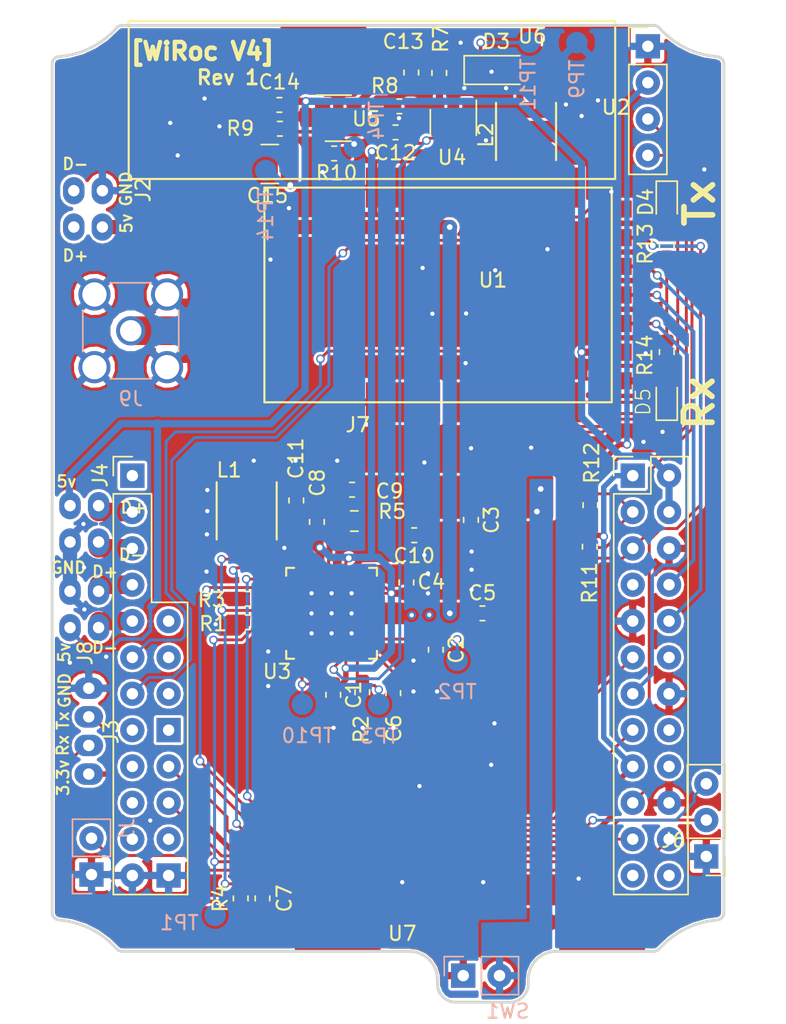
<source format=kicad_pcb>
(kicad_pcb (version 20171130) (host pcbnew 5.0.2-bee76a0~70~ubuntu16.04.1)
  (layers (0 F.Cu signal) (31 B.Cu signal) (34 B.Paste user hide) (35 F.Paste user hide) (36 B.SilkS user hide) (37 F.SilkS user) (38 B.Mask user hide) (39 F.Mask user) (44 Edge.Cuts user))
  (net 0 "")
  (net 1 GND)
  (net 2 IPSOUT)
  (net 3 "Net-(C2-Pad1)")
  (net 4 BAT)
  (net 5 VBUS)
  (net 6 "Net-(C6-Pad1)")
  (net 7 PWRON)
  (net 8 "Net-(C11-Pad2)")
  (net 9 "Net-(C13-Pad1)")
  (net 10 VDD_5V)
  (net 11 SYS_3.3V)
  (net 12 "Net-(D3-Pad2)")
  (net 13 "Net-(J1-Pad2)")
  (net 14 "Net-(J2-Pad2)")
  (net 15 "Net-(J2-Pad3)")
  (net 16 USBHost-DM1)
  (net 17 USBHost-DP1)
  (net 18 SDA)
  (net 19 SCK)
  (net 20 UART1_TX)
  (net 21 UART1_RX)
  (net 22 LORAAUX)
  (net 23 LORAEN)
  (net 24 IRQ)
  (net 25 N_VBUSEN)
  (net 26 "Net-(L1-Pad1)")
  (net 27 "Net-(R2-Pad2)")
  (net 28 "Net-(R3-Pad2)")
  (net 29 "Net-(R7-Pad1)")
  (net 30 "Net-(R9-Pad2)")
  (net 31 EXTEN)
  (net 32 "Net-(U3-Pad3)")
  (net 33 "Net-(U3-Pad7)")
  (net 34 "Net-(U3-Pad8)")
  (net 35 "Net-(U3-Pad9)")
  (net 36 "Net-(U3-Pad10)")
  (net 37 "Net-(U3-Pad11)")
  (net 38 "Net-(U3-Pad12)")
  (net 39 "Net-(U3-Pad14)")
  (net 40 "Net-(U3-Pad15)")
  (net 41 "Net-(U3-Pad16)")
  (net 42 "Net-(U3-Pad17)")
  (net 43 "Net-(U3-Pad18)")
  (net 44 "Net-(U3-Pad19)")
  (net 45 "Net-(U3-Pad25)")
  (net 46 "Net-(U3-Pad28)")
  (net 47 "Net-(U3-Pad29)")
  (net 48 "Net-(U3-Pad30)")
  (net 49 "Net-(U3-Pad32)")
  (net 50 "Net-(U3-Pad33)")
  (net 51 "Net-(U3-Pad36)")
  (net 52 "Net-(U3-Pad41)")
  (net 53 "Net-(U4-Pad6)")
  (net 54 "Net-(J6-Pad2)")
  (net 55 "Net-(J6-Pad3)")
  (net 56 "Net-(J7-Pad18)")
  (net 57 "Net-(J7-Pad24)")
  (net 58 "Net-(J7-Pad23)")
  (net 59 "Net-(J7-Pad16)")
  (net 60 "Net-(J7-Pad7)")
  (net 61 "Net-(J7-Pad31)")
  (net 62 "Net-(J7-Pad41)")
  (net 63 "Net-(J7-Pad40)")
  (net 64 "Net-(J7-Pad39)")
  (net 65 "Net-(J7-Pad38)")
  (net 66 "Net-(J7-Pad52)")
  (net 67 "Net-(D4-Pad1)")
  (net 68 "Net-(D4-Pad2)")
  (net 69 "Net-(D5-Pad2)")
  (net 70 "Net-(D5-Pad1)")
  (net 71 "Net-(R13-Pad2)")
  (net 72 "Net-(U1-Pad2)")
  (net 73 "Net-(U1-Pad3)")
  (net 74 "Net-(U1-Pad6)")
  (net 75 LORARS)
  (net 76 LORAMO)
  (net 77 "Net-(U1-Pad16)")
  (net 78 "Net-(U1-Pad17)")
  (net 79 "Net-(U1-Pad18)")
  (net 80 "Net-(U1-Pad19)")
  (net 81 "Net-(U1-Pad20)")
  (net 82 USBHost-DP2)
  (net 83 USBHost-DM2)
  (net 84 "Net-(J9-Pad1)")
  (net 85 "Net-(SW1-Pad1)")
  (net 86 UART2_TX)
  (net 87 UART2_RX)
  (net 88 "Net-(J7-Pad12)")
  (module WiRoc:Pin_Header_Straight_1x02_Pitch2.54mm (layer B.Cu) (at 50.7518 106.1406)
    (fp_text reference J1 (at 2.48488 -3.10126 -90) (layer B.SilkS) (effects (justify mirror)))
    (fp_text value Conn_01x02)
    (pad 2 thru_hole oval (at 0 -2.54) (size 1.7 1.7) (drill 0.8) (layers *.Cu *.Mask) (net 13 "Net-(J1-Pad2)"))
    (pad 1 thru_hole rect (at 0 0) (size 1.7 1.7) (drill 0.8) (layers *.Cu *.Mask) (net 1 GND))
  )
  (module WiRoc:CONN_OLED_TWI-Socket_Strip_Straight_1x04_Pitch2.54mm (layer F.Cu) (at 89.678 48.26)
    (fp_text reference U2 (at -2.2326 4.2612) (layer F.SilkS))
    (fp_text value OLED)
    (pad 4 thru_hole oval (at 0 7.62) (size 1.7 1.7) (drill 0.8) (layers *.Cu *.Mask) (net 18 SDA))
    (pad 3 thru_hole oval (at 0 5.08) (size 1.7 1.7) (drill 0.8) (layers *.Cu *.Mask) (net 19 SCK))
    (pad 2 thru_hole oval (at 0 2.54) (size 1.7 1.7) (drill 0.8) (layers *.Cu *.Mask) (net 11 SYS_3.3V))
    (pad 1 thru_hole rect (at 0 0) (size 1.7 1.7) (drill 0.8) (layers *.Cu *.Mask) (net 1 GND))
  )
  (module WiRoc:Pin_Header_Straight_1x03_Pitch2.54mm (layer F.Cu) (at 93.7667 104.8706 180)
    (fp_text reference J6 (at 2.286 1.1176 180) (layer F.SilkS))
    (fp_text value HAT_Conn_DBG)
    (pad 3 thru_hole oval (at 0 5.08 180) (size 1.7 1.7) (drill 0.8) (layers *.Cu *.Mask) (net 55 "Net-(J6-Pad3)"))
    (pad 2 thru_hole oval (at 0 2.54 180) (size 1.7 1.7) (drill 0.8) (layers *.Cu *.Mask) (net 54 "Net-(J6-Pad2)"))
    (pad 1 thru_hole rect (at 0 0 180) (size 1.7 1.7) (drill 0.8) (layers *.Cu *.Mask) (net 1 GND))
  )
  (module WiRoc:Pin_Header_Straight_1x02_Pitch2.54mm (layer B.Cu) (at 76.7614 113.2018 270)
    (fp_text reference SW1 (at 2.48488 -3.10126 180) (layer B.SilkS) (effects (justify mirror)))
    (fp_text value SW_SPST)
    (pad 2 thru_hole oval (at 0 -2.54 270) (size 1.7 1.7) (drill 0.8) (layers *.Cu *.Mask) (net 4 BAT))
    (pad 1 thru_hole rect (at 0 0 270) (size 1.7 1.7) (drill 0.8) (layers *.Cu *.Mask) (net 85 "Net-(SW1-Pad1)"))
  )
  (module WiRoc:VIA-0.6mm (layer F.Cu) (at 82.6542 62.4399)
    (fp_text reference REF** hide)
    (fp_text value VIA-0.6mm hide)
    (pad 1 thru_hole circle (at 0 0) (size 0.6 0.6) (drill 0.3) (layers *.Cu) (net 1 GND))
  )
  (module WiRoc:VIA-0.6mm (layer F.Cu) (at 87.1246 58.4267)
    (fp_text reference REF** hide)
    (fp_text value VIA-0.6mm hide)
    (pad 1 thru_hole circle (at 0 0) (size 0.6 0.6) (drill 0.3) (layers *.Cu) (net 1 GND))
  )
  (module WiRoc:VIA-0.6mm (layer F.Cu) (at 90.706 75.2034)
    (fp_text reference REF** hide)
    (fp_text value VIA-0.6mm hide)
    (pad 1 thru_hole circle (at 0 0) (size 0.6 0.6) (drill 0.3) (layers *.Cu) (net 1 GND))
  )
  (module WiRoc:VIA-0.6mm (layer F.Cu) (at 50.193 81.6423)
    (fp_text reference REF** hide)
    (fp_text value VIA-0.6mm hide)
    (pad 1 thru_hole circle (at 0 0) (size 0.6 0.6) (drill 0.3) (layers *.Cu) (net 1 GND))
  )
  (module WiRoc:VIA-0.6mm (layer F.Cu) (at 89.5249 69.717)
    (fp_text reference REF** hide)
    (fp_text value VIA-0.6mm hide)
    (pad 1 thru_hole circle (at 0 0) (size 0.6 0.6) (drill 0.3) (layers *.Cu) (net 1 GND))
  )
  (module WiRoc:VIA-0.6mm (layer F.Cu) (at 89.3725 75.9019)
    (fp_text reference REF** hide)
    (fp_text value VIA-0.6mm hide)
    (pad 1 thru_hole circle (at 0 0) (size 0.6 0.6) (drill 0.3) (layers *.Cu) (net 1 GND))
  )
  (module WiRoc:VIA-0.6mm (layer F.Cu) (at 81.5112 76.3083)
    (fp_text reference REF** hide)
    (fp_text value VIA-0.6mm hide)
    (pad 1 thru_hole circle (at 0 0) (size 0.6 0.6) (drill 0.3) (layers *.Cu) (net 1 GND))
  )
  (module Connector_Coaxial:SMA_Amphenol_901-144_Vertical (layer B.Cu) (at 53.5 68.1422)
    (fp_text reference J9 (at 0 4.75) (layer B.SilkS) (effects (justify mirror)))
    (fp_text value Conn_Coaxial)
    (pad 2 thru_hole circle (at -2.54 -2.54) (size 2.25 2.25) (drill 1.7) (layers *.Cu *.Mask) (net 1 GND))
    (pad 2 thru_hole circle (at -2.54 2.54) (size 2.25 2.25) (drill 1.7) (layers *.Cu *.Mask) (net 1 GND))
    (pad 2 thru_hole circle (at 2.54 2.54) (size 2.25 2.25) (drill 1.7) (layers *.Cu *.Mask) (net 1 GND))
    (pad 2 thru_hole circle (at 2.54 -2.54) (size 2.25 2.25) (drill 1.7) (layers *.Cu *.Mask) (net 1 GND))
    (pad 1 thru_hole circle (at 0 0) (size 2.05 2.05) (drill 1.5) (layers *.Cu *.Mask) (net 84 "Net-(J9-Pad1)") (clearance 0.4))
  )
  (module WiRoc:DRF1268DS (layer F.Cu) (at 75 65.6352 90)
    (fp_text reference U1 (at 1.0354 3.8328 -180) (layer F.SilkS))
    (fp_text value DRF1268DS)
    (pad 26 smd rect (at -4.5 -12.15 180) (size 2.8 1.2) (layers F.Cu F.Mask) (net 1 GND))
    (pad 25 smd rect (at -2.5 -12.15 180) (size 2.8 1.2) (layers F.Cu F.Mask) (net 84 "Net-(J9-Pad1)"))
    (pad 24 smd rect (at -0.5 -12.15 180) (size 2.8 1.2) (layers F.Cu F.Mask) (net 1 GND))
    (pad 23 smd rect (at 7.5 -4.45 270) (size 2.8 1.2) (layers F.Cu F.Mask) (net 1 GND))
    (pad 22 smd rect (at 7.5 -2.45 90) (size 2.8 1.2) (layers F.Cu F.Mask) (net 1 GND))
    (pad 21 smd rect (at 7.5 -0.45 90) (size 2.8 1.2) (layers F.Cu F.Mask) (net 1 GND))
    (pad 20 smd rect (at 7.5 1.55 90) (size 2.8 1.2) (layers F.Cu F.Mask) (net 81 "Net-(U1-Pad20)"))
    (pad 19 smd rect (at 7.5 3.55 90) (size 2.8 1.2) (layers F.Cu F.Mask) (net 80 "Net-(U1-Pad19)"))
    (pad 18 smd rect (at 7.5 5.55 90) (size 2.8 1.2) (layers F.Cu F.Mask) (net 79 "Net-(U1-Pad18)"))
    (pad 17 smd rect (at 7.5 7.55 90) (size 2.8 1.2) (layers F.Cu F.Mask) (net 78 "Net-(U1-Pad17)"))
    (pad 16 smd rect (at 7.5 9.55 90) (size 2.8 1.2) (layers F.Cu F.Mask) (net 77 "Net-(U1-Pad16)"))
    (pad 15 smd rect (at 6 12.15 180) (size 2.8 1.2) (layers F.Cu F.Mask) (net 76 LORAMO))
    (pad 14 smd rect (at 4 12.15 180) (size 2.8 1.2) (layers F.Cu F.Mask) (net 22 LORAAUX))
    (pad 13 smd rect (at 2 12.15 180) (size 2.8 1.2) (layers F.Cu F.Mask) (net 21 UART1_RX))
    (pad 12 smd rect (at 0 12.15 180) (size 2.8 1.2) (layers F.Cu F.Mask) (net 20 UART1_TX))
    (pad 11 smd rect (at -2 12.15 180) (size 2.8 1.2) (layers F.Cu F.Mask) (net 23 LORAEN))
    (pad 10 smd rect (at -4 12.15) (size 2.8 1.2) (layers F.Cu F.Mask) (net 10 VDD_5V))
    (pad 9 smd rect (at -6 12.15 180) (size 2.8 1.2) (layers F.Cu F.Mask) (net 1 GND))
    (pad 7 smd rect (at -7.5 7.55 90) (size 2.8 1.2) (layers F.Cu F.Mask) (net 75 LORARS))
    (pad 6 smd rect (at -7.5 5.55 90) (size 2.8 1.2) (layers F.Cu F.Mask) (net 74 "Net-(U1-Pad6)"))
    (pad 5 smd rect (at -7.5 3.55 90) (size 2.8 1.2) (layers F.Cu F.Mask) (net 67 "Net-(D4-Pad1)"))
    (pad 4 smd rect (at -7.5 1.55 90) (size 2.8 1.2) (layers F.Cu F.Mask) (net 70 "Net-(D5-Pad1)"))
    (pad 3 smd rect (at -7.5 -0.45 90) (size 2.8 1.2) (layers F.Cu F.Mask) (net 73 "Net-(U1-Pad3)"))
    (pad 2 smd rect (at -7.5 -2.45 90) (size 2.8 1.2) (layers F.Cu F.Mask) (net 72 "Net-(U1-Pad2)"))
    (pad 1 smd rect (at -7.5 -4.45 90) (size 2.8 1.2) (layers F.Cu F.Mask) (net 1 GND))
    (pad 8 smd rect (at -7.5 9.55 90) (size 2.8 1.2) (layers F.Cu F.Mask) (net 71 "Net-(R13-Pad2)"))
  )
  (module WiRoc:USBConnPads5 (layer F.Cu) (at 51.5138 58.3505 270)
    (fp_text reference J2 (at -0.0482 -2.8508 270) (layer F.SilkS))
    (fp_text value USB_Power_02x02)
    (fp_text user 5v (at 2.2886 -1.6824 90) (layer F.SilkS) (effects (font (size 0.8 0.8))))
    (fp_text user D- (at -1.8669 1.8923) (layer F.SilkS) (effects (font (size 0.8 0.8))))
    (fp_text user GND (at -0.127 -1.651 90) (layer F.SilkS) (effects (font (size 0.8 0.8))))
    (fp_text user D+ (at 4.5339 1.8796) (layer F.SilkS) (effects (font (size 0.8 0.8))))
    (pad 4 thru_hole oval (at 0 0 270) (size 1.9 1.5) (drill 0.8) (layers *.Cu *.Mask) (net 1 GND))
    (pad 1 thru_hole oval (at 2.54 0 270) (size 1.9 1.5) (drill 0.8) (layers *.Cu *.Mask) (net 5 VBUS))
    (pad 2 thru_hole oval (at 0 2 270) (size 1.9 1.5) (drill 0.8) (layers *.Cu *.Mask) (net 14 "Net-(J2-Pad2)"))
    (pad 3 thru_hole oval (at 2.54 2 270) (size 1.9 1.5) (drill 0.8) (layers *.Cu *.Mask) (net 15 "Net-(J2-Pad3)"))
  )
  (module WiRoc:VIA-0.6mm (layer F.Cu) (at 50.2311 84.6776)
    (fp_text reference REF** hide)
    (fp_text value VIA-0.6mm hide)
    (pad 1 thru_hole circle (at 0 0) (size 0.6 0.6) (drill 0.3) (layers *.Cu) (net 1 GND))
  )
  (module WiRoc:USBConnPads6 (layer F.Cu) (at 49.25 88.8813 90)
    (fp_text reference J8 (at -1.778 1.0573 90) (layer F.SilkS))
    (fp_text value USB_Host_Data_02x02)
    (fp_text user 5v (at -1.7399 -0.4032 270) (layer F.SilkS) (effects (font (size 0.8 0.8))))
    (fp_text user D- (at -1.4 2.45 180) (layer F.SilkS) (effects (font (size 0.8 0.8))))
    (fp_text user GND (at 4.191 -0.0984) (layer F.SilkS) (effects (font (size 0.8 0.8))))
    (fp_text user D+ (at 3.9 2.45 180) (layer F.SilkS) (effects (font (size 0.8 0.8))))
    (pad 1 thru_hole oval (at 0 0 90) (size 1.9 1.5) (drill 0.8) (layers *.Cu *.Mask) (net 10 VDD_5V))
    (pad 4 thru_hole oval (at 2.54 0 90) (size 1.9 1.5) (drill 0.8) (layers *.Cu *.Mask) (net 1 GND) (thermal_gap 0.4))
    (pad 2 thru_hole oval (at 0 2 90) (size 1.9 1.5) (drill 0.8) (layers *.Cu *.Mask) (net 83 USBHost-DM2))
    (pad 3 thru_hole oval (at 2.54 2 90) (size 1.9 1.5) (drill 0.8) (layers *.Cu *.Mask) (net 82 USBHost-DP2))
  )
  (module WiRoc:USBConnPads5 (layer F.Cu) (at 49.25 82.8996 90)
    (fp_text reference J4 (at 4.6609 2.1114 90) (layer F.SilkS))
    (fp_text value USB_Host_Data_02x02)
    (fp_text user 5v (at 4.2291 -0.2508) (layer F.SilkS) (effects (font (size 0.8 0.8))))
    (fp_text user D- (at -0.889 4.318 180) (layer F.SilkS) (effects (font (size 0.8 0.8))))
    (fp_text user GND (at -1.8034 -0.1111) (layer F.SilkS) (effects (font (size 0.8 0.8))))
    (fp_text user D+ (at 2.413 4.445 180) (layer F.SilkS) (effects (font (size 0.8 0.8))))
    (pad 4 thru_hole oval (at 0 0 90) (size 1.9 1.5) (drill 0.8) (layers *.Cu *.Mask) (net 1 GND) (thermal_gap 0.4))
    (pad 1 thru_hole oval (at 2.54 0 90) (size 1.9 1.5) (drill 0.8) (layers *.Cu *.Mask) (net 10 VDD_5V))
    (pad 2 thru_hole oval (at 0 2 90) (size 1.9 1.5) (drill 0.8) (layers *.Cu *.Mask) (net 16 USBHost-DM1))
    (pad 3 thru_hole oval (at 2.54 2 90) (size 1.9 1.5) (drill 0.8) (layers *.Cu *.Mask) (net 17 USBHost-DP1))
  )
  (module WiRoc:qfn48_6x6mm_Pitch0.4mm (layer F.Cu) (at 67.5498 87.8836)
    (fp_text reference U3 (at -3.8118 4.0644) (layer F.SilkS))
    (fp_text value AXP209)
    (pad 49 smd rect (at -1.4 1.4) (size 1.4 1.4) (layers F.Cu F.Paste F.Mask) (net 1 GND))
    (pad 49 smd rect (at 0 1.4) (size 1.4 1.4) (layers F.Cu F.Paste F.Mask) (net 1 GND))
    (pad 49 smd rect (at 1.4 1.4) (size 1.4 1.4) (layers F.Cu F.Paste F.Mask) (net 1 GND))
    (pad 49 smd rect (at 1.4 0) (size 1.4 1.4) (layers F.Cu F.Paste F.Mask) (net 1 GND))
    (pad 49 smd rect (at 0 0) (size 1.4 1.4) (layers F.Cu F.Paste F.Mask) (net 1 GND))
    (pad 49 smd rect (at -1.4 -1.4) (size 1.4 1.4) (layers F.Cu F.Paste F.Mask) (net 1 GND))
    (pad 49 smd rect (at -1.4 0) (size 1.4 1.4) (layers F.Cu F.Paste F.Mask) (net 1 GND))
    (pad 49 smd rect (at 0 -1.4) (size 1.4 1.4) (layers F.Cu F.Paste F.Mask) (net 1 GND))
    (pad 49 smd rect (at 1.4 -1.4) (size 1.4 1.4) (layers F.Cu F.Paste F.Mask) (net 1 GND))
    (pad 48 smd oval (at -2.2 -2.9 90) (size 0.7 0.2) (layers F.Cu F.Paste F.Mask) (net 24 IRQ))
    (pad 47 smd oval (at -1.8 -2.9 90) (size 0.7 0.2) (layers F.Cu F.Paste F.Mask) (net 7 PWRON))
    (pad 46 smd oval (at -1.4 -2.9 90) (size 0.7 0.2) (layers F.Cu F.Paste F.Mask) (net 1 GND))
    (pad 45 smd oval (at -1 -2.9 90) (size 0.7 0.2) (layers F.Cu F.Paste F.Mask) (net 26 "Net-(L1-Pad1)"))
    (pad 44 smd oval (at -0.6 -2.9 90) (size 0.7 0.2) (layers F.Cu F.Paste F.Mask) (net 2 IPSOUT))
    (pad 43 smd oval (at -0.2 -2.9 90) (size 0.7 0.2) (layers F.Cu F.Paste F.Mask) (net 8 "Net-(C11-Pad2)"))
    (pad 42 smd oval (at 0.2 -2.9 90) (size 0.7 0.2) (layers F.Cu F.Paste F.Mask) (net 4 BAT))
    (pad 41 smd oval (at 0.6 -2.9 90) (size 0.7 0.2) (layers F.Cu F.Paste F.Mask) (net 52 "Net-(U3-Pad41)"))
    (pad 40 smd oval (at 1 -2.9 90) (size 0.7 0.2) (layers F.Cu F.Paste F.Mask) (net 2 IPSOUT))
    (pad 39 smd oval (at 1.4 -2.9 90) (size 0.7 0.2) (layers F.Cu F.Paste F.Mask) (net 4 BAT))
    (pad 38 smd oval (at 1.8 -2.9 90) (size 0.7 0.2) (layers F.Cu F.Paste F.Mask) (net 4 BAT))
    (pad 37 smd oval (at 2.2 -2.9 90) (size 0.7 0.2) (layers F.Cu F.Paste F.Mask) (net 1 GND))
    (pad 36 smd oval (at 2.9 -2.2) (size 0.7 0.2) (layers F.Cu F.Paste F.Mask) (net 51 "Net-(U3-Pad36)"))
    (pad 35 smd oval (at 2.9 -1.8) (size 0.7 0.2) (layers F.Cu F.Paste F.Mask) (net 2 IPSOUT))
    (pad 34 smd oval (at 2.9 -1.4) (size 0.7 0.2) (layers F.Cu F.Paste F.Mask) (net 2 IPSOUT))
    (pad 33 smd oval (at 2.9 -1) (size 0.7 0.2) (layers F.Cu F.Paste F.Mask) (net 50 "Net-(U3-Pad33)"))
    (pad 32 smd oval (at 2.9 -0.6) (size 0.7 0.2) (layers F.Cu F.Paste F.Mask) (net 49 "Net-(U3-Pad32)"))
    (pad 31 smd oval (at 2.9 -0.2) (size 0.7 0.2) (layers F.Cu F.Paste F.Mask) (net 5 VBUS))
    (pad 30 smd oval (at 2.9 0.2) (size 0.7 0.2) (layers F.Cu F.Paste F.Mask) (net 48 "Net-(U3-Pad30)"))
    (pad 29 smd oval (at 2.9 0.6) (size 0.7 0.2) (layers F.Cu F.Paste F.Mask) (net 47 "Net-(U3-Pad29)"))
    (pad 28 smd oval (at 2.9 1) (size 0.7 0.2) (layers F.Cu F.Paste F.Mask) (net 46 "Net-(U3-Pad28)"))
    (pad 27 smd oval (at 2.9 1.4) (size 0.7 0.2) (layers F.Cu F.Paste F.Mask) (net 1 GND))
    (pad 26 smd oval (at 2.9 1.8) (size 0.7 0.2) (layers F.Cu F.Paste F.Mask) (net 3 "Net-(C2-Pad1)"))
    (pad 25 smd oval (at 2.9 2.2) (size 0.7 0.2) (layers F.Cu F.Paste F.Mask) (net 45 "Net-(U3-Pad25)"))
    (pad 24 smd oval (at 2.2 2.9 90) (size 0.7 0.2) (layers F.Cu F.Paste F.Mask) (net 6 "Net-(C6-Pad1)"))
    (pad 23 smd oval (at 1.8 2.9 90) (size 0.7 0.2) (layers F.Cu F.Paste F.Mask) (net 27 "Net-(R2-Pad2)"))
    (pad 22 smd oval (at 1.4 2.9 90) (size 0.7 0.2) (layers F.Cu F.Paste F.Mask) (net 1 GND))
    (pad 21 smd oval (at 1 2.9 90) (size 0.7 0.2) (layers F.Cu F.Paste F.Mask) (net 2 IPSOUT))
    (pad 20 smd oval (at 0.6 2.9 90) (size 0.7 0.2) (layers F.Cu F.Paste F.Mask) (net 31 EXTEN))
    (pad 19 smd oval (at 0.2 2.9 90) (size 0.7 0.2) (layers F.Cu F.Paste F.Mask) (net 44 "Net-(U3-Pad19)"))
    (pad 18 smd oval (at -0.2 2.9 90) (size 0.7 0.2) (layers F.Cu F.Paste F.Mask) (net 43 "Net-(U3-Pad18)"))
    (pad 17 smd oval (at -0.6 2.9 90) (size 0.7 0.2) (layers F.Cu F.Paste F.Mask) (net 42 "Net-(U3-Pad17)"))
    (pad 16 smd oval (at -1 2.9 90) (size 0.7 0.2) (layers F.Cu F.Paste F.Mask) (net 41 "Net-(U3-Pad16)"))
    (pad 15 smd oval (at -1.4 2.9 90) (size 0.7 0.2) (layers F.Cu F.Paste F.Mask) (net 40 "Net-(U3-Pad15)"))
    (pad 14 smd oval (at -1.8 2.9 90) (size 0.7 0.2) (layers F.Cu F.Paste F.Mask) (net 39 "Net-(U3-Pad14)"))
    (pad 13 smd oval (at -2.2 2.9 90) (size 0.7 0.2) (layers F.Cu F.Paste F.Mask) (net 2 IPSOUT))
    (pad 12 smd oval (at -2.9 2.2) (size 0.7 0.2) (layers F.Cu F.Paste F.Mask) (net 38 "Net-(U3-Pad12)"))
    (pad 11 smd oval (at -2.9 1.8) (size 0.7 0.2) (layers F.Cu F.Paste F.Mask) (net 37 "Net-(U3-Pad11)"))
    (pad 10 smd oval (at -2.9 1.4) (size 0.7 0.2) (layers F.Cu F.Paste F.Mask) (net 36 "Net-(U3-Pad10)"))
    (pad 9 smd oval (at -2.9 1) (size 0.7 0.2) (layers F.Cu F.Paste F.Mask) (net 35 "Net-(U3-Pad9)"))
    (pad 8 smd oval (at -2.9 0.6) (size 0.7 0.2) (layers F.Cu F.Paste F.Mask) (net 34 "Net-(U3-Pad8)"))
    (pad 7 smd oval (at -2.9 0.2) (size 0.7 0.2) (layers F.Cu F.Paste F.Mask) (net 33 "Net-(U3-Pad7)"))
    (pad 6 smd oval (at -2.9 -0.2) (size 0.7 0.2) (layers F.Cu F.Paste F.Mask) (net 25 N_VBUSEN))
    (pad 5 smd oval (at -2.9 -0.6) (size 0.7 0.2) (layers F.Cu F.Paste F.Mask) (net 7 PWRON))
    (pad 4 smd oval (at -2.9 -1) (size 0.7 0.2) (layers F.Cu F.Paste F.Mask) (net 28 "Net-(R3-Pad2)"))
    (pad 3 smd oval (at -2.9 -1.4) (size 0.7 0.2) (layers F.Cu F.Paste F.Mask) (net 32 "Net-(U3-Pad3)"))
    (pad 2 smd oval (at -2.9 -1.8) (size 0.7 0.2) (layers F.Cu F.Paste F.Mask) (net 19 SCK))
    (pad 1 smd oval (at -2.9 -2.2) (size 0.7 0.2) (layers F.Cu F.Paste F.Mask) (net 18 SDA))
  )
  (module WiRoc:VIA-0.6mm (layer F.Cu) (at 78.9458 95.5742)
    (fp_text reference REF** hide)
    (fp_text value VIA-0.6mm hide)
    (pad 1 thru_hole circle (at 0 0) (size 0.6 0.6) (drill 0.3) (layers *.Cu) (net 1 GND))
  )
  (module WiRoc:VIA-0.6mm (layer F.Cu) (at 56.2636 53.6134 270)
    (fp_text reference REF** hide)
    (fp_text value VIA-0.6mm hide)
    (pad 1 thru_hole circle (at 0 0 270) (size 0.6 0.6) (drill 0.3) (layers *.Cu) (net 1 GND))
  )
  (module WiRoc:VIA-0.6mm (layer F.Cu) (at 56.7843 55.8867 270)
    (fp_text reference REF** hide)
    (fp_text value VIA-0.6mm hide)
    (pad 1 thru_hole circle (at 0 0 270) (size 0.6 0.6) (drill 0.3) (layers *.Cu) (net 1 GND))
  )
  (module WiRoc:VIA-0.6mm (layer F.Cu) (at 66.9189 57.0424 270)
    (fp_text reference REF** hide)
    (fp_text value VIA-0.6mm hide)
    (pad 1 thru_hole circle (at 0 0 270) (size 0.6 0.6) (drill 0.3) (layers *.Cu) (net 1 GND))
  )
  (module WiRoc:VIA-0.6mm (layer F.Cu) (at 49.2405 91.3324)
    (fp_text reference REF** hide)
    (fp_text value VIA-0.6mm hide)
    (pad 1 thru_hole circle (at 0 0) (size 0.6 0.6) (drill 0.3) (layers *.Cu) (net 1 GND))
  )
  (module WiRoc:VIA-0.6mm (layer F.Cu) (at 72.4942 106.674)
    (fp_text reference REF** hide)
    (fp_text value VIA-0.6mm hide)
    (pad 1 thru_hole circle (at 0 0) (size 0.6 0.6) (drill 0.3) (layers *.Cu) (net 1 GND))
  )
  (module WiRoc:VIA-0.6mm (layer F.Cu) (at 78.1584 106.674)
    (fp_text reference REF** hide)
    (fp_text value VIA-0.6mm hide)
    (pad 1 thru_hole circle (at 0 0) (size 0.6 0.6) (drill 0.3) (layers *.Cu) (net 1 GND))
  )
  (module WiRoc:VIA-0.6mm (layer F.Cu) (at 77.3075 76.3464)
    (fp_text reference REF** hide)
    (fp_text value VIA-0.6mm hide)
    (pad 1 thru_hole circle (at 0 0) (size 0.6 0.6) (drill 0.3) (layers *.Cu) (net 1 GND))
  )
  (module WiRoc:VIA-0.6mm (layer F.Cu) (at 74.6024 66.9484)
    (fp_text reference REF** hide)
    (fp_text value VIA-0.6mm hide)
    (pad 1 thru_hole circle (at 0 0) (size 0.6 0.6) (drill 0.3) (layers *.Cu) (net 1 GND))
  )
  (module WiRoc:VIA-0.6mm (layer F.Cu) (at 76.9265 70.4028)
    (fp_text reference REF** hide)
    (fp_text value VIA-0.6mm hide)
    (pad 1 thru_hole circle (at 0 0) (size 0.6 0.6) (drill 0.3) (layers *.Cu) (net 1 GND))
  )
  (module WiRoc:VIA-0.6mm (layer F.Cu) (at 93.627 56.8646)
    (fp_text reference REF** hide)
    (fp_text value VIA-0.6mm hide)
    (pad 1 thru_hole circle (at 0 0) (size 0.6 0.6) (drill 0.3) (layers *.Cu) (net 1 GND))
  )
  (module WiRoc:VIA-0.6mm (layer F.Cu) (at 85.0418 53.1308 270)
    (fp_text reference REF** hide)
    (fp_text value VIA-0.6mm hide)
    (pad 1 thru_hole circle (at 0 0 270) (size 0.6 0.6) (drill 0.3) (layers *.Cu) (net 1 GND))
  )
  (module WiRoc:VIA-0.6mm (layer F.Cu) (at 79.756 51.181 270)
    (fp_text reference REF** hide)
    (fp_text value VIA-0.6mm hide)
    (pad 1 thru_hole circle (at 0 0 270) (size 0.6 0.6) (drill 0.3) (layers *.Cu) (net 1 GND))
  )
  (module WiRoc:VIA-0.6mm (layer F.Cu) (at 78.3489 54.8326 270)
    (fp_text reference REF** hide)
    (fp_text value VIA-0.6mm hide)
    (pad 1 thru_hole circle (at 0 0 270) (size 0.6 0.6) (drill 0.3) (layers *.Cu) (net 1 GND))
  )
  (module WiRoc:VIA-0.6mm (layer F.Cu) (at 59.436 88.646)
    (fp_text reference REF** hide)
    (fp_text value VIA-0.6mm hide)
    (pad 1 thru_hole circle (at 0 0) (size 0.6 0.6) (drill 0.3) (layers *.Cu) (net 1 GND))
  )
  (module WiRoc:VIA-0.6mm (layer F.Cu) (at 58.801 84.963)
    (fp_text reference REF** hide)
    (fp_text value VIA-0.6mm hide)
    (pad 1 thru_hole circle (at 0 0) (size 0.6 0.6) (drill 0.3) (layers *.Cu) (net 1 GND))
  )
  (module WiRoc:VIA-0.6mm (layer F.Cu) (at 62.103 77.216)
    (fp_text reference REF** hide)
    (fp_text value VIA-0.6mm hide)
    (pad 1 thru_hole circle (at 0 0) (size 0.6 0.6) (drill 0.3) (layers *.Cu) (net 1 GND))
  )
  (module WiRoc:VIA-0.6mm (layer F.Cu) (at 67.945 77.216)
    (fp_text reference REF** hide)
    (fp_text value VIA-0.6mm hide)
    (pad 1 thru_hole circle (at 0 0) (size 0.6 0.6) (drill 0.3) (layers *.Cu) (net 1 GND))
  )
  (module WiRoc:VIA-0.6mm (layer F.Cu) (at 65.024 77.216)
    (fp_text reference REF** hide)
    (fp_text value VIA-0.6mm hide)
    (pad 1 thru_hole circle (at 0 0) (size 0.6 0.6) (drill 0.3) (layers *.Cu) (net 1 GND))
  )
  (module WiRoc:VIA-0.6mm (layer F.Cu) (at 73.279 91.186)
    (fp_text reference REF** hide)
    (fp_text value VIA-0.6mm hide)
    (pad 1 thru_hole circle (at 0 0) (size 0.6 0.6) (drill 0.3) (layers *.Cu) (net 1 GND))
  )
  (module WiRoc:VIA-0.6mm (layer F.Cu) (at 71.882 95.885)
    (fp_text reference REF** hide)
    (fp_text value VIA-0.6mm hide)
    (pad 1 thru_hole circle (at 0 0) (size 0.6 0.6) (drill 0.3) (layers *.Cu) (net 1 GND))
  )
  (module WiRoc:VIA-0.6mm (layer F.Cu) (at 69.723 95.885)
    (fp_text reference REF** hide)
    (fp_text value VIA-0.6mm hide)
    (pad 1 thru_hole circle (at 0 0) (size 0.6 0.6) (drill 0.3) (layers *.Cu) (net 1 GND))
  )
  (module WiRoc:VIA-0.6mm (layer F.Cu) (at 67.691 95.885)
    (fp_text reference REF** hide)
    (fp_text value VIA-0.6mm hide)
    (pad 1 thru_hole circle (at 0 0) (size 0.6 0.6) (drill 0.3) (layers *.Cu) (net 1 GND))
  )
  (module WiRoc:VIA-0.6mm (layer F.Cu) (at 63.119 92.964)
    (fp_text reference REF** hide)
    (fp_text value VIA-0.6mm hide)
    (pad 1 thru_hole circle (at 0 0) (size 0.6 0.6) (drill 0.3) (layers *.Cu) (net 1 GND))
  )
  (module WiRoc:VIA-0.6mm (layer F.Cu) (at 63.119 90.551)
    (fp_text reference REF** hide)
    (fp_text value VIA-0.6mm hide)
    (pad 1 thru_hole circle (at 0 0) (size 0.6 0.6) (drill 0.3) (layers *.Cu) (net 1 GND))
  )
  (module WiRoc:VIA-0.6mm (layer F.Cu) (at 51.7805 90.9133)
    (fp_text reference REF** hide)
    (fp_text value VIA-0.6mm hide)
    (pad 1 thru_hole circle (at 0 0) (size 0.6 0.6) (drill 0.3) (layers *.Cu) (net 1 GND))
  )
  (module WiRoc:VIA-0.6mm (layer F.Cu) (at 50.2565 87.6113)
    (fp_text reference REF** hide)
    (fp_text value VIA-0.6mm hide)
    (pad 1 thru_hole circle (at 0 0) (size 0.6 0.6) (drill 0.3) (layers *.Cu) (net 1 GND))
  )
  (module WiRoc:VIA-0.6mm (layer F.Cu) (at 54.864 102.362)
    (fp_text reference REF** hide)
    (fp_text value VIA-0.6mm hide)
    (pad 1 thru_hole circle (at 0 0) (size 0.6 0.6) (drill 0.3) (layers *.Cu) (net 1 GND))
  )
  (module WiRoc:VIA-0.6mm (layer F.Cu) (at 78.7172 98.4698)
    (fp_text reference REF** hide)
    (fp_text value VIA-0.6mm hide)
    (pad 1 thru_hole circle (at 0 0) (size 0.6 0.6) (drill 0.3) (layers *.Cu) (net 1 GND))
  )
  (module WiRoc:VIA-0.6mm (layer F.Cu) (at 73.7007 99.9557)
    (fp_text reference REF** hide)
    (fp_text value VIA-0.6mm hide)
    (pad 1 thru_hole circle (at 0 0) (size 0.6 0.6) (drill 0.3) (layers *.Cu) (net 1 GND))
  )
  (module WiRoc:VIA-0.6mm (layer F.Cu) (at 84.836 106.426)
    (fp_text reference REF** hide)
    (fp_text value VIA-0.6mm hide)
    (pad 1 thru_hole circle (at 0 0) (size 0.6 0.6) (drill 0.3) (layers *.Cu) (net 1 GND))
  )
  (module WiRoc:NanoPiNeoAirAllPins (layer F.Cu) (at 72.39 92.24)
    (fp_text reference J7 (at -3.008 -17.526) (layer F.SilkS))
    (fp_text value NanoPIAir)
    (pad 15 thru_hole oval (at 16.23 3.805) (size 1.7 1.7) (drill 0.8) (layers *.Cu *.Mask) (net 24 IRQ))
    (pad 5 thru_hole oval (at 16.23 -8.895) (size 1.7 1.7) (drill 0.8) (layers *.Cu *.Mask) (net 19 SCK))
    (pad 22 thru_hole oval (at 18.77 11.425) (size 1.7 1.7) (drill 0.8) (layers *.Cu *.Mask) (net 87 UART2_RX))
    (pad 21 thru_hole oval (at 16.23 11.425) (size 1.7 1.7) (drill 0.8) (layers *.Cu *.Mask) (net 25 N_VBUSEN))
    (pad 18 thru_hole oval (at 18.77 6.345) (size 1.7 1.7) (drill 0.8) (layers *.Cu *.Mask) (net 56 "Net-(J7-Pad18)"))
    (pad 19 thru_hole oval (at 16.23 8.885) (size 1.7 1.7) (drill 0.8) (layers *.Cu *.Mask) (net 22 LORAAUX))
    (pad 13 thru_hole oval (at 16.23 1.265) (size 1.7 1.7) (drill 0.8) (layers *.Cu *.Mask) (net 23 LORAEN))
    (pad 24 thru_hole oval (at 18.77 13.965) (size 1.7 1.7) (drill 0.8) (layers *.Cu *.Mask) (net 57 "Net-(J7-Pad24)"))
    (pad 11 thru_hole oval (at 16.23 -1.275) (size 1.7 1.7) (drill 0.8) (layers *.Cu *.Mask) (net 86 UART2_TX))
    (pad 14 thru_hole oval (at 18.77 1.265) (size 1.7 1.7) (drill 0.8) (layers *.Cu *.Mask) (net 1 GND))
    (pad 20 thru_hole oval (at 18.77 8.885) (size 1.7 1.7) (drill 0.8) (layers *.Cu *.Mask) (net 1 GND))
    (pad 10 thru_hole oval (at 18.77 -3.815) (size 1.7 1.7) (drill 0.8) (layers *.Cu *.Mask) (net 21 UART1_RX))
    (pad 23 thru_hole oval (at 16.23 13.965) (size 1.7 1.7) (drill 0.8) (layers *.Cu *.Mask) (net 58 "Net-(J7-Pad23)"))
    (pad 16 thru_hole oval (at 18.77 3.805) (size 1.7 1.7) (drill 0.8) (layers *.Cu *.Mask) (net 59 "Net-(J7-Pad16)"))
    (pad 17 thru_hole oval (at 16.23 6.345) (size 1.7 1.7) (drill 0.8) (layers *.Cu *.Mask) (net 11 SYS_3.3V))
    (pad 6 thru_hole oval (at 18.77 -8.895) (size 1.7 1.7) (drill 0.8) (layers *.Cu *.Mask) (net 1 GND))
    (pad 12 thru_hole oval (at 18.77 -1.275) (size 1.7 1.7) (drill 0.8) (layers *.Cu *.Mask) (net 88 "Net-(J7-Pad12)"))
    (pad 9 thru_hole oval (at 16.23 -3.815) (size 1.7 1.7) (drill 0.8) (layers *.Cu *.Mask) (net 1 GND))
    (pad 1 thru_hole rect (at 16.23 -13.975) (size 1.7 1.7) (drill 0.8) (layers *.Cu *.Mask) (net 11 SYS_3.3V))
    (pad 7 thru_hole oval (at 16.23 -6.355) (size 1.7 1.7) (drill 0.8) (layers *.Cu *.Mask) (net 60 "Net-(J7-Pad7)"))
    (pad 4 thru_hole oval (at 18.77 -11.435) (size 1.7 1.7) (drill 0.8) (layers *.Cu *.Mask) (net 10 VDD_5V))
    (pad 3 thru_hole oval (at 16.23 -11.435) (size 1.7 1.7) (drill 0.8) (layers *.Cu *.Mask) (net 18 SDA))
    (pad 8 thru_hole oval (at 18.77 -6.355) (size 1.7 1.7) (drill 0.8) (layers *.Cu *.Mask) (net 20 UART1_TX))
    (pad 2 thru_hole oval (at 18.77 -13.975) (size 1.7 1.7) (drill 0.8) (layers *.Cu *.Mask) (net 10 VDD_5V))
    (pad 34 thru_hole oval (at -18.78 -6.355) (size 1.7 1.7) (drill 0.8) (layers *.Cu *.Mask) (net 82 USBHost-DP2))
    (pad 33 thru_hole oval (at -18.78 -8.895) (size 1.7 1.7) (drill 0.8) (layers *.Cu *.Mask) (net 16 USBHost-DM1))
    (pad 32 thru_hole oval (at -18.78 -11.435) (size 1.7 1.7) (drill 0.8) (layers *.Cu *.Mask) (net 17 USBHost-DP1))
    (pad 31 thru_hole rect (at -18.78 -13.975) (size 1.7 1.7) (drill 0.8) (layers *.Cu *.Mask) (net 61 "Net-(J7-Pad31)"))
    (pad 42 thru_hole oval (at -18.78 13.965) (size 1.7 1.7) (drill 0.8) (layers *.Cu *.Mask) (net 1 GND))
    (pad 41 thru_hole oval (at -18.78 11.425) (size 1.7 1.7) (drill 0.8) (layers *.Cu *.Mask) (net 62 "Net-(J7-Pad41)"))
    (pad 40 thru_hole oval (at -18.78 8.885) (size 1.7 1.7) (drill 0.8) (layers *.Cu *.Mask) (net 63 "Net-(J7-Pad40)"))
    (pad 39 thru_hole oval (at -18.78 6.345) (size 1.7 1.7) (drill 0.8) (layers *.Cu *.Mask) (net 64 "Net-(J7-Pad39)"))
    (pad 38 thru_hole oval (at -18.78 3.805) (size 1.7 1.7) (drill 0.8) (layers *.Cu *.Mask) (net 65 "Net-(J7-Pad38)"))
    (pad 35 thru_hole oval (at -18.78 -3.815) (size 1.7 1.7) (drill 0.8) (layers *.Cu *.Mask) (net 83 USBHost-DM2))
    (pad 37 thru_hole oval (at -18.78 1.265) (size 1.7 1.7) (drill 0.8) (layers *.Cu *.Mask) (net 76 LORAMO))
    (pad 36 thru_hole oval (at -18.78 -1.275) (size 1.7 1.7) (drill 0.8) (layers *.Cu *.Mask) (net 75 LORARS))
    (pad 53 thru_hole oval (at -16.24 8.885) (size 1.7 1.7) (drill 0.8) (layers *.Cu *.Mask) (net 54 "Net-(J6-Pad2)"))
    (pad 52 thru_hole oval (at -16.24 11.425) (size 1.7 1.7) (drill 0.8) (layers *.Cu *.Mask) (net 66 "Net-(J7-Pad52)"))
    (pad 54 thru_hole oval (at -16.24 6.345) (size 1.7 1.7) (drill 0.8) (layers *.Cu *.Mask) (net 55 "Net-(J6-Pad3)"))
    (pad 51 thru_hole rect (at -16.24 13.965) (size 1.7 1.7) (drill 0.8) (layers *.Cu *.Mask) (net 1 GND))
    (pad 61 thru_hole rect (at -16.24 3.805) (size 1.7 1.7) (drill 0.8) (layers *.Cu *.Mask))
    (pad 64 thru_hole oval (at -16.24 -3.815) (size 1.7 1.7) (drill 0.8) (layers *.Cu *.Mask))
    (pad 62 thru_hole oval (at -16.24 1.265) (size 1.7 1.7) (drill 0.8) (layers *.Cu *.Mask))
    (pad 63 thru_hole oval (at -16.24 -1.275) (size 1.7 1.7) (drill 0.8) (layers *.Cu *.Mask))
  )
  (module WiRoc:VIA-0.6mm (layer F.Cu) (at 74.041 83.82)
    (fp_text reference REF** hide)
    (fp_text value VIA-0.6mm hide)
    (pad 1 thru_hole circle (at 0 0) (size 0.6 0.6) (drill 0.3) (layers *.Cu) (net 1 GND))
  )
  (module WiRoc:VIA-0.6mm (layer F.Cu) (at 77.343 83.566)
    (fp_text reference REF** hide)
    (fp_text value VIA-0.6mm hide)
    (pad 1 thru_hole circle (at 0 0) (size 0.6 0.6) (drill 0.3) (layers *.Cu) (net 1 GND))
  )
  (module WiRoc:VIA-0.6mm (layer F.Cu) (at 76.962 66.929)
    (fp_text reference REF** hide)
    (fp_text value VIA-0.6mm hide)
    (pad 1 thru_hole circle (at 0 0) (size 0.6 0.6) (drill 0.3) (layers *.Cu) (net 1 GND))
  )
  (module WiRoc:VIA-0.6mm (layer F.Cu) (at 77.343 84.836)
    (fp_text reference REF** hide)
    (fp_text value VIA-0.6mm hide)
    (pad 1 thru_hole circle (at 0 0) (size 0.6 0.6) (drill 0.3) (layers *.Cu) (net 1 GND))
  )
  (module WiRoc:VIA-0.6mm (layer F.Cu) (at 59.7053 53.8547 270)
    (fp_text reference REF** hide)
    (fp_text value VIA-0.6mm hide)
    (pad 1 thru_hole circle (at 0 0 270) (size 0.6 0.6) (drill 0.3) (layers *.Cu) (net 1 GND))
  )
  (module WiRoc:VIA-0.6mm (layer F.Cu) (at 64.5694 59.5697 270)
    (fp_text reference REF** hide)
    (fp_text value VIA-0.6mm hide)
    (pad 1 thru_hole circle (at 0 0 270) (size 0.6 0.6) (drill 0.3) (layers *.Cu) (net 1 GND))
  )
  (module WiRoc:VIA-0.6mm (layer F.Cu) (at 78.9966 63.9131)
    (fp_text reference REF** hide)
    (fp_text value VIA-0.6mm hide)
    (pad 1 thru_hole circle (at 0 0) (size 0.6 0.6) (drill 0.3) (layers *.Cu) (net 1 GND))
  )
  (module WiRoc:VIA-0.6mm (layer F.Cu) (at 73.9166 63.748)
    (fp_text reference REF** hide)
    (fp_text value VIA-0.6mm hide)
    (pad 1 thru_hole circle (at 0 0) (size 0.6 0.6) (drill 0.3) (layers *.Cu) (net 1 GND))
  )
  (module WiRoc:VIA-0.6mm (layer F.Cu) (at 63.274 63.1638)
    (fp_text reference REF** hide)
    (fp_text value VIA-0.6mm hide)
    (pad 1 thru_hole circle (at 0 0) (size 0.6 0.6) (drill 0.3) (layers *.Cu) (net 1 GND))
  )
  (module WiRoc:VIA-0.6mm (layer F.Cu) (at 73.152 88.011)
    (fp_text reference REF** hide)
    (fp_text value VIA-0.6mm hide)
    (pad 1 thru_hole circle (at 0 0) (size 0.6 0.6) (drill 0.3) (layers *.Cu) (net 5 VBUS))
  )
  (module WiRoc:VIA-0.6mm (layer F.Cu) (at 74.3865 87.9923)
    (fp_text reference REF** hide)
    (fp_text value VIA-0.6mm hide)
    (pad 1 thru_hole circle (at 0 0) (size 0.6 0.6) (drill 0.3) (layers *.Cu) (net 5 VBUS))
  )
  (module WiRoc:VIA-0.6mm (layer F.Cu) (at 78.74 50.038 270)
    (fp_text reference REF** hide)
    (fp_text value VIA-0.6mm hide)
    (pad 1 thru_hole circle (at 0 0 270) (size 0.6 0.6) (drill 0.3) (layers *.Cu) (net 1 GND))
  )
  (module WiRoc:VIA-0.6mm (layer F.Cu) (at 58.6639 51.9116 270)
    (fp_text reference REF** hide)
    (fp_text value VIA-0.6mm hide)
    (pad 1 thru_hole circle (at 0 0 270) (size 0.6 0.6) (drill 0.3) (layers *.Cu) (net 1 GND))
  )
  (module WiRoc:BatteryPad (layer F.Cu) (at 67.98 109.474 90)
    (fp_text reference U7 (at -0.7814 4.5142 180) (layer F.SilkS))
    (fp_text value BatteryPadP)
    (pad 1 smd rect (at 0 18.5 90) (size 4 6) (layers F.Cu F.Mask) (net 85 "Net-(SW1-Pad1)"))
    (pad 1 smd rect (at 0 0 90) (size 4 6) (layers F.Cu F.Mask) (net 85 "Net-(SW1-Pad1)"))
  )
  (module WiRoc:BatteryPad (layer F.Cu) (at 66.98 48.768 90)
    (fp_text reference U6 (at 1.2252 14.6128 180) (layer F.SilkS))
    (fp_text value BatteryPadM)
    (pad 1 smd rect (at 0 18.5 90) (size 4 6) (layers F.Cu F.Mask) (net 1 GND))
    (pad 1 smd rect (at 0 0 90) (size 4 6) (layers F.Cu F.Mask) (net 1 GND))
  )
  (module WiRoc:VIA-0.6mm (layer F.Cu) (at 70.231 52.959 270)
    (fp_text reference REF** hide)
    (fp_text value VIA-0.6mm hide)
    (pad 1 thru_hole circle (at 0 0 270) (size 0.6 0.6) (drill 0.3) (layers *.Cu) (net 1 GND))
  )
  (module WiRoc:VIA-0.6mm (layer F.Cu) (at 72.2656 53.2832 270)
    (fp_text reference REF** hide)
    (fp_text value VIA-0.6mm hide)
    (pad 1 thru_hole circle (at 0 0 270) (size 0.6 0.6) (drill 0.3) (layers *.Cu) (net 1 GND))
  )
  (module WiRoc:VIA-0.6mm (layer F.Cu) (at 76.581 48.006 270)
    (fp_text reference REF** hide)
    (fp_text value VIA-0.6mm hide)
    (pad 1 thru_hole circle (at 0 0 270) (size 0.6 0.6) (drill 0.3) (layers *.Cu) (net 1 GND))
  )
  (module WiRoc:VIA-0.6mm (layer F.Cu) (at 76.835 51.181 270)
    (fp_text reference REF** hide)
    (fp_text value VIA-0.6mm hide)
    (pad 1 thru_hole circle (at 0 0 270) (size 0.6 0.6) (drill 0.3) (layers *.Cu) (net 1 GND))
  )
  (module WiRoc:VIA-0.6mm (layer F.Cu) (at 83.947 52.324 270)
    (fp_text reference REF** hide)
    (fp_text value VIA-0.6mm hide)
    (pad 1 thru_hole circle (at 0 0 270) (size 0.6 0.6) (drill 0.3) (layers *.Cu) (net 1 GND))
  )
  (module WiRoc:VIA-0.6mm (layer F.Cu) (at 86.1848 52.0386 270)
    (fp_text reference REF** hide)
    (fp_text value VIA-0.6mm hide)
    (pad 1 thru_hole circle (at 0 0 270) (size 0.6 0.6) (drill 0.3) (layers *.Cu) (net 1 GND))
  )
  (module WiRoc:VIA-0.6mm (layer F.Cu) (at 73.279 93.345)
    (fp_text reference REF** hide)
    (fp_text value VIA-0.6mm hide)
    (pad 1 thru_hole circle (at 0 0) (size 0.6 0.6) (drill 0.3) (layers *.Cu) (net 1 GND))
  )
  (module WiRoc:VIA-0.6mm (layer F.Cu) (at 74.93 93.345)
    (fp_text reference REF** hide)
    (fp_text value VIA-0.6mm hide)
    (pad 1 thru_hole circle (at 0 0) (size 0.6 0.6) (drill 0.3) (layers *.Cu) (net 1 GND))
  )
  (module WiRoc:VIA-0.6mm (layer F.Cu) (at 64.246 83.312)
    (fp_text reference REF** hide)
    (fp_text value VIA-0.6mm hide)
    (pad 1 thru_hole circle (at 0 0) (size 0.6 0.6) (drill 0.3) (layers *.Cu) (net 1 GND))
  )
  (module WiRoc:VIA-0.6mm (layer F.Cu) (at 58.829 82.3662)
    (fp_text reference REF** hide)
    (fp_text value VIA-0.6mm hide)
    (pad 1 thru_hole circle (at 0 0) (size 0.6 0.6) (drill 0.3) (layers *.Cu) (net 1 GND))
  )
  (module WiRoc:VIA-0.6mm (layer F.Cu) (at 58.8544 80.7406)
    (fp_text reference REF** hide)
    (fp_text value VIA-0.6mm hide)
    (pad 1 thru_hole circle (at 0 0) (size 0.6 0.6) (drill 0.3) (layers *.Cu) (net 1 GND))
  )
  (module WiRoc:VIA-0.6mm (layer F.Cu) (at 58.8544 79.2674)
    (fp_text reference REF** hide)
    (fp_text value VIA-0.6mm hide)
    (pad 1 thru_hole circle (at 0 0) (size 0.6 0.6) (drill 0.3) (layers *.Cu) (net 1 GND))
  )
  (module WiRoc:VIA-0.6mm (layer F.Cu) (at 74.295 86.487)
    (fp_text reference REF** hide)
    (fp_text value VIA-0.6mm hide)
    (pad 1 thru_hole circle (at 0 0) (size 0.6 0.6) (drill 0.3) (layers *.Cu) (net 1 GND))
  )
  (module WiRoc:VIA-0.6mm (layer F.Cu) (at 77.343 86.233)
    (fp_text reference REF** hide)
    (fp_text value VIA-0.6mm hide)
    (pad 1 thru_hole circle (at 0 0) (size 0.6 0.6) (drill 0.3) (layers *.Cu) (net 1 GND))
  )
  (module WiRoc:VIA-0.6mm (layer F.Cu) (at 74.041 77.343)
    (fp_text reference REF** hide)
    (fp_text value VIA-0.6mm hide)
    (pad 1 thru_hole circle (at 0 0) (size 0.6 0.6) (drill 0.3) (layers *.Cu) (net 1 GND))
  )
  (module TO_SOT_Packages_SMD:SOT-23-6 (layer F.Cu) (at 76.068086 53.582546 270)
    (fp_text reference U4 (at 2.443854 0.094086) (layer F.SilkS))
    (fp_text value LP6226_SY7208)
    (pad 1 smd rect (at -1.1 -0.95 270) (size 1.06 0.65) (layers F.Cu F.Paste F.Mask) (net 12 "Net-(D3-Pad2)"))
    (pad 2 smd rect (at -1.1 0 270) (size 1.06 0.65) (layers F.Cu F.Paste F.Mask) (net 1 GND))
    (pad 3 smd rect (at -1.1 0.95 270) (size 1.06 0.65) (layers F.Cu F.Paste F.Mask) (net 29 "Net-(R7-Pad1)"))
    (pad 4 smd rect (at 1.1 0.95 270) (size 1.06 0.65) (layers F.Cu F.Paste F.Mask) (net 31 EXTEN))
    (pad 6 smd rect (at 1.1 -0.95 270) (size 1.06 0.65) (layers F.Cu F.Paste F.Mask) (net 53 "Net-(U4-Pad6)"))
    (pad 5 smd rect (at 1.1 0 270) (size 1.06 0.65) (layers F.Cu F.Paste F.Mask) (net 2 IPSOUT))
  )
  (module TO_SOT_Packages_SMD:SOT-23-5 (layer F.Cu) (at 68.0212 53.2812)
    (fp_text reference U5 (at 1.9584 0.0528 180) (layer F.SilkS))
    (fp_text value SY6280)
    (pad 1 smd rect (at -1.1 -0.95) (size 1.06 0.65) (layers F.Cu F.Paste F.Mask) (net 10 VDD_5V))
    (pad 2 smd rect (at -1.1 0) (size 1.06 0.65) (layers F.Cu F.Paste F.Mask) (net 1 GND))
    (pad 3 smd rect (at -1.1 0.95) (size 1.06 0.65) (layers F.Cu F.Paste F.Mask) (net 30 "Net-(R9-Pad2)"))
    (pad 4 smd rect (at 1.1 0.95) (size 1.06 0.65) (layers F.Cu F.Paste F.Mask) (net 31 EXTEN))
    (pad 5 smd rect (at 1.1 -0.95) (size 1.06 0.65) (layers F.Cu F.Paste F.Mask) (net 9 "Net-(C13-Pad1)"))
  )
  (module Measurement_Points:Measurement_Point_Round-SMD-Pad_Small (layer F.Cu) (at 59.4005 108.9854)
    (fp_text reference TP1 (at -2.512 0.5274) (layer B.SilkS) (effects (justify mirror)))
    (fp_text value TEST)
    (pad 1 smd circle (at 0 0) (size 1.5 1.5) (layers B.Cu B.Mask) (net 25 N_VBUSEN))
  )
  (module Measurement_Points:Measurement_Point_Round-SMD-Pad_Small (layer F.Cu) (at 76.334 91.17)
    (fp_text reference TP2 (at 0.00748 2.19532) (layer B.SilkS) (effects (justify mirror)))
    (fp_text value TEST)
    (pad 1 smd circle (at 0 0) (size 1.5 1.5) (layers B.Cu B.Mask) (net 3 "Net-(C2-Pad1)"))
  )
  (module Measurement_Points:Measurement_Point_Round-SMD-Pad_Small (layer F.Cu) (at 70.85 94.234)
    (fp_text reference TP3 (at 0.02286 2.2352) (layer B.SilkS) (effects (justify mirror)))
    (fp_text value TEST)
    (pad 1 smd circle (at 0 0) (size 1.5 1.5) (layers B.Cu B.Mask) (net 27 "Net-(R2-Pad2)"))
  )
  (module Measurement_Points:Measurement_Point_Round-SMD-Pad_Small (layer F.Cu) (at 69.1414 55.3025)
    (fp_text reference TP4 (at 1.552 -1.8602 90) (layer B.SilkS) (effects (justify mirror)))
    (fp_text value TEST)
    (pad 1 smd circle (at 0 0) (size 1.5 1.5) (layers B.Cu B.Mask) (net 31 EXTEN))
  )
  (module Measurement_Points:Measurement_Point_Round-SMD-Pad_Small (layer B.Cu) (at 84.709 48.006)
    (fp_text reference TP9 (at 0.0026 2.5594 90) (layer B.SilkS) (effects (justify mirror)))
    (fp_text value TEST)
    (pad 1 smd circle (at 0 0) (size 1.5 1.5) (layers B.Cu B.Mask) (net 1 GND))
  )
  (module Measurement_Points:Measurement_Point_Round-SMD-Pad_Small (layer F.Cu) (at 65.504 94.234)
    (fp_text reference TP10 (at 0.3803 2.1971) (layer B.SilkS) (effects (justify mirror)))
    (fp_text value TEST)
    (pad 1 smd circle (at 0 0) (size 1.5 1.5) (layers B.Cu B.Mask) (net 2 IPSOUT))
  )
  (module Measurement_Points:Measurement_Point_Round-SMD-Pad_Small (layer F.Cu) (at 81.3969 47.9746)
    (fp_text reference TP11 (at -0.099 2.9658 90) (layer B.SilkS) (effects (justify mirror)))
    (fp_text value TEST)
    (pad 1 smd circle (at 0 0) (size 1.5 1.5) (layers B.Cu B.Mask) (net 9 "Net-(C13-Pad1)"))
  )
  (module Measurement_Points:Measurement_Point_Round-SMD-Pad_Small (layer B.Cu) (at 62.9438 56.9408)
    (fp_text reference TP14 (at 0.0026 3.1182 90) (layer B.SilkS) (effects (justify mirror)))
    (fp_text value TEST)
    (pad 1 smd circle (at 0 0) (size 1.5 1.5) (layers B.Cu B.Mask) (net 10 VDD_5V))
  )
  (module WiRoc:VIA-0.6mm (layer F.Cu) (at 74.295 85.09)
    (fp_text reference REF** hide)
    (fp_text value VIA-0.6mm hide)
    (pad 1 thru_hole circle (at 0 0) (size 0.6 0.6) (drill 0.3) (layers *.Cu) (net 1 GND))
  )
  (module WiRoc:Inductor_SLW4018 (layer F.Cu) (at 61.6094 80.7245 90)
    (fp_text reference L1 (at 2.8541 -1.231 180) (layer F.SilkS))
    (fp_text value 2.2uH-DCR<0.1R-1.5A)
    (pad 2 smd rect (at 1.5 0 90) (size 1.1 3.7) (layers F.Cu F.Paste F.Mask) (net 8 "Net-(C11-Pad2)"))
    (pad 1 smd rect (at -1.5 0 90) (size 1.1 3.7) (layers F.Cu F.Paste F.Mask) (net 26 "Net-(L1-Pad1)"))
  )
  (module WiRoc:Inductor_SLW4018 (layer F.Cu) (at 81.1556 54.2103 90)
    (fp_text reference L2 (at -0.248 -2.8168 90) (layer F.SilkS))
    (fp_text value 2.2uH-DCR<0.1R-1.5A)
    (pad 1 smd rect (at -1.5 0 90) (size 1.1 3.7) (layers F.Cu F.Paste F.Mask) (net 2 IPSOUT))
    (pad 2 smd rect (at 1.5 0 90) (size 1.1 3.7) (layers F.Cu F.Paste F.Mask) (net 12 "Net-(D3-Pad2)"))
  )
  (module Capacitor_SMD:C_0603_1608Metric (layer F.Cu) (at 72.7854 85.7283 90)
    (fp_text reference C4 (at 0.0347 1.7408 180) (layer F.SilkS))
    (fp_text value 10uF)
    (pad 1 smd roundrect (at -0.7875 0 90) (size 0.875 0.95) (layers F.Cu F.Paste F.Mask) (net 2 IPSOUT))
    (pad 2 smd roundrect (at 0.7875 0 90) (size 0.875 0.95) (layers F.Cu F.Paste F.Mask) (net 1 GND))
  )
  (module Capacitor_SMD:C_0603_1608Metric (layer F.Cu) (at 78.105 87.884)
    (fp_text reference C5 (at 0 -1.43) (layer F.SilkS))
    (fp_text value 10uF)
    (pad 2 smd roundrect (at 0.7875 0) (size 0.875 0.95) (layers F.Cu F.Paste F.Mask) (net 1 GND))
    (pad 1 smd roundrect (at -0.7875 0) (size 0.875 0.95) (layers F.Cu F.Paste F.Mask) (net 5 VBUS))
  )
  (module Capacitor_SMD:C_0603_1608Metric (layer F.Cu) (at 71.866 93.46 270)
    (fp_text reference C6 (at 2.4698 -0.044 270) (layer F.SilkS))
    (fp_text value 1uF)
    (pad 2 smd roundrect (at 0.7875 0 270) (size 0.875 0.95) (layers F.Cu F.Paste F.Mask) (net 1 GND))
    (pad 1 smd roundrect (at -0.7875 0 270) (size 0.875 0.95) (layers F.Cu F.Paste F.Mask) (net 6 "Net-(C6-Pad1)"))
  )
  (module Capacitor_SMD:C_0603_1608Metric (layer F.Cu) (at 62.7152 107.8043 90)
    (fp_text reference C7 (at 0 1.5266 90) (layer F.SilkS))
    (fp_text value 100pF)
    (pad 1 smd roundrect (at -0.7875 0 90) (size 0.875 0.95) (layers F.Cu F.Paste F.Mask) (net 1 GND))
    (pad 2 smd roundrect (at 0.7875 0 90) (size 0.875 0.95) (layers F.Cu F.Paste F.Mask) (net 7 PWRON))
  )
  (module Capacitor_SMD:C_0603_1608Metric (layer F.Cu) (at 66.52438 81.4959 270)
    (fp_text reference C8 (at -2.7365 -0.02622 270) (layer F.SilkS))
    (fp_text value 4.7uF)
    (pad 1 smd roundrect (at -0.7875 0 270) (size 0.875 0.95) (layers F.Cu F.Paste F.Mask) (net 1 GND))
    (pad 2 smd roundrect (at 0.7875 0 270) (size 0.875 0.95) (layers F.Cu F.Paste F.Mask) (net 2 IPSOUT))
  )
  (module Capacitor_SMD:C_0603_1608Metric (layer F.Cu) (at 68.98564 79.248 180)
    (fp_text reference C9 (at -2.61956 -0.0956 180) (layer F.SilkS))
    (fp_text value 1uF)
    (pad 1 smd roundrect (at -0.7875 0 180) (size 0.875 0.95) (layers F.Cu F.Paste F.Mask) (net 4 BAT))
    (pad 2 smd roundrect (at 0.7875 0 180) (size 0.875 0.95) (layers F.Cu F.Paste F.Mask) (net 8 "Net-(C11-Pad2)"))
  )
  (module Capacitor_SMD:C_0603_1608Metric (layer F.Cu) (at 73.3315 82.4263 180)
    (fp_text reference C10 (at 0 -1.43 180) (layer F.SilkS))
    (fp_text value 4.7uF)
    (pad 2 smd roundrect (at 0.7875 0 180) (size 0.875 0.95) (layers F.Cu F.Paste F.Mask) (net 4 BAT))
    (pad 1 smd roundrect (at -0.7875 0 180) (size 0.875 0.95) (layers F.Cu F.Paste F.Mask) (net 1 GND))
  )
  (module Capacitor_SMD:C_0603_1608Metric (layer F.Cu) (at 65.07912 79.99476 90)
    (fp_text reference C11 (at 2.93716 -0.02712 90) (layer F.SilkS))
    (fp_text value 4.7uF)
    (pad 2 smd roundrect (at 0.7875 0 90) (size 0.875 0.95) (layers F.Cu F.Paste F.Mask) (net 8 "Net-(C11-Pad2)"))
    (pad 1 smd roundrect (at -0.7875 0 90) (size 0.875 0.95) (layers F.Cu F.Paste F.Mask) (net 1 GND))
  )
  (module Capacitor_SMD:C_0603_1608Metric (layer F.Cu) (at 72.02602 54.27426 180)
    (fp_text reference C12 (at 0 -1.43 180) (layer F.SilkS))
    (fp_text value 10uF)
    (pad 2 smd roundrect (at 0.7875 0 180) (size 0.875 0.95) (layers F.Cu F.Paste F.Mask) (net 1 GND))
    (pad 1 smd roundrect (at -0.7875 0 180) (size 0.875 0.95) (layers F.Cu F.Paste F.Mask) (net 2 IPSOUT))
  )
  (module Capacitor_SMD:C_0603_1608Metric (layer F.Cu) (at 73.1266 50.0935 270)
    (fp_text reference C13 (at -2.1697 0.5562) (layer F.SilkS))
    (fp_text value 10uF)
    (pad 1 smd roundrect (at -0.7875 0 270) (size 0.875 0.95) (layers F.Cu F.Paste F.Mask) (net 9 "Net-(C13-Pad1)"))
    (pad 2 smd roundrect (at 0.7875 0 270) (size 0.875 0.95) (layers F.Cu F.Paste F.Mask) (net 1 GND))
  )
  (module Capacitor_SMD:C_0603_1608Metric (layer F.Cu) (at 63.8963 52.3561 180)
    (fp_text reference C14 (at 0.001372 1.6001 180) (layer F.SilkS))
    (fp_text value 10uF)
    (pad 1 smd roundrect (at -0.7875 0 180) (size 0.875 0.95) (layers F.Cu F.Paste F.Mask) (net 10 VDD_5V))
    (pad 2 smd roundrect (at 0.7875 0 180) (size 0.875 0.95) (layers F.Cu F.Paste F.Mask) (net 1 GND))
  )
  (module Diode_SMD:D_SOD-123 (layer F.Cu) (at 79.07452 49.91816)
    (fp_text reference D3 (at -0.00172 -1.99436) (layer F.SilkS))
    (fp_text value IN5819)
    (pad 1 smd rect (at -1.65 0) (size 0.9 1.2) (layers F.Cu F.Paste F.Mask) (net 9 "Net-(C13-Pad1)"))
    (pad 2 smd rect (at 1.65 0) (size 0.9 1.2) (layers F.Cu F.Paste F.Mask) (net 12 "Net-(D3-Pad2)"))
  )
  (module Resistor_SMD:R_0603_1608Metric (layer F.Cu) (at 61.6983 88.5096)
    (fp_text reference R1 (at -2.4375 0.105) (layer F.SilkS))
    (fp_text value 100K-1%)
    (pad 2 smd roundrect (at 0.7875 0) (size 0.875 0.95) (layers F.Cu F.Paste F.Mask) (net 25 N_VBUSEN))
    (pad 1 smd roundrect (at -0.7875 0) (size 0.875 0.95) (layers F.Cu F.Paste F.Mask) (net 1 GND))
  )
  (module Resistor_SMD:R_0603_1608Metric (layer F.Cu) (at 69.6993 93.3991 90)
    (fp_text reference R2 (at -2.5815 -0.0753 90) (layer F.SilkS))
    (fp_text value 200K-1%)
    (pad 1 smd roundrect (at -0.7875 0 90) (size 0.875 0.95) (layers F.Cu F.Paste F.Mask) (net 1 GND))
    (pad 2 smd roundrect (at 0.7875 0 90) (size 0.875 0.95) (layers F.Cu F.Paste F.Mask) (net 27 "Net-(R2-Pad2)"))
  )
  (module Resistor_SMD:R_0603_1608Metric (layer F.Cu) (at 61.6863 86.8701)
    (fp_text reference R3 (at -2.5271 0.0681) (layer F.SilkS))
    (fp_text value 200K-1%)
    (pad 2 smd roundrect (at 0.7875 0) (size 0.875 0.95) (layers F.Cu F.Paste F.Mask) (net 28 "Net-(R3-Pad2)"))
    (pad 1 smd roundrect (at -0.7875 0) (size 0.875 0.95) (layers F.Cu F.Paste F.Mask) (net 1 GND))
  )
  (module Resistor_SMD:R_0603_1608Metric (layer F.Cu) (at 61.1912 107.8043 90)
    (fp_text reference R4 (at 0 -1.43 90) (layer F.SilkS))
    (fp_text value 1K)
    (pad 2 smd roundrect (at 0.7875 0 90) (size 0.875 0.95) (layers F.Cu F.Paste F.Mask) (net 7 PWRON))
    (pad 1 smd roundrect (at -0.7875 0 90) (size 0.875 0.95) (layers F.Cu F.Paste F.Mask) (net 13 "Net-(J1-Pad2)"))
  )
  (module Resistor_SMD:R_0805_2012Metric (layer F.Cu) (at 69.14058 81.43494)
    (fp_text reference R5 (at 2.64242 -0.66894) (layer F.SilkS))
    (fp_text value 0R03)
    (pad 1 smd roundrect (at -0.9375 0) (size 0.975 1.4) (layers F.Cu F.Paste F.Mask) (net 8 "Net-(C11-Pad2)"))
    (pad 2 smd roundrect (at 0.9375 0) (size 0.975 1.4) (layers F.Cu F.Paste F.Mask) (net 4 BAT))
  )
  (module Resistor_SMD:R_0603_1608Metric (layer F.Cu) (at 75.0824 50.1189 90)
    (fp_text reference R7 (at 2.3729 0.1042 90) (layer F.SilkS))
    (fp_text value 200K-1%)
    (pad 2 smd roundrect (at 0.7875 0 90) (size 0.875 0.95) (layers F.Cu F.Paste F.Mask) (net 9 "Net-(C13-Pad1)"))
    (pad 1 smd roundrect (at -0.7875 0 90) (size 0.875 0.95) (layers F.Cu F.Paste F.Mask) (net 29 "Net-(R7-Pad1)"))
  )
  (module Resistor_SMD:R_0603_1608Metric (layer F.Cu) (at 72.29272 52.45816)
    (fp_text reference R8 (at -1.01772 -1.43556) (layer F.SilkS))
    (fp_text value 24K-1%)
    (pad 1 smd roundrect (at -0.7875 0) (size 0.875 0.95) (layers F.Cu F.Paste F.Mask) (net 1 GND))
    (pad 2 smd roundrect (at 0.7875 0) (size 0.875 0.95) (layers F.Cu F.Paste F.Mask) (net 29 "Net-(R7-Pad1)"))
  )
  (module Resistor_SMD:R_0603_1608Metric (layer F.Cu) (at 63.9344 54.0198)
    (fp_text reference R9 (at -2.7686 -0.0254) (layer F.SilkS))
    (fp_text value 3.6K-1%)
    (pad 1 smd roundrect (at -0.7875 0) (size 0.875 0.95) (layers F.Cu F.Paste F.Mask) (net 1 GND))
    (pad 2 smd roundrect (at 0.7875 0) (size 0.875 0.95) (layers F.Cu F.Paste F.Mask) (net 30 "Net-(R9-Pad2)"))
  )
  (module Resistor_SMD:R_0603_1608Metric (layer F.Cu) (at 67.7317 55.747)
    (fp_text reference R10 (at 0.1651 1.3589) (layer F.SilkS))
    (fp_text value 100K-1%)
    (pad 1 smd roundrect (at -0.7875 0) (size 0.875 0.95) (layers F.Cu F.Paste F.Mask) (net 1 GND))
    (pad 2 smd roundrect (at 0.7875 0) (size 0.875 0.95) (layers F.Cu F.Paste F.Mask) (net 31 EXTEN))
  )
  (module Resistor_SMD:R_0603_1608Metric (layer F.Cu) (at 85.65896 80.32242 270)
    (fp_text reference R11 (at 5.43468 0.05836 270) (layer F.SilkS))
    (fp_text value 10K)
    (pad 1 smd roundrect (at -0.7875 0 270) (size 0.875 0.95) (layers F.Cu F.Paste F.Mask) (net 18 SDA))
    (pad 2 smd roundrect (at 0.7875 0 270) (size 0.875 0.95) (layers F.Cu F.Paste F.Mask) (net 11 SYS_3.3V))
  )
  (module Resistor_SMD:R_0603_1608Metric (layer F.Cu) (at 85.6133 83.2298 90)
    (fp_text reference R12 (at 5.8547 0.1397 90) (layer F.SilkS))
    (fp_text value 10K)
    (pad 1 smd roundrect (at -0.7875 0 90) (size 0.875 0.95) (layers F.Cu F.Paste F.Mask) (net 19 SCK))
    (pad 2 smd roundrect (at 0.7875 0 90) (size 0.875 0.95) (layers F.Cu F.Paste F.Mask) (net 11 SYS_3.3V))
  )
  (module Diode_SMD:D_0603_1608Metric (layer F.Cu) (at 91 59.1693 270)
    (fp_text reference D4 (at -0.0187 1.4751 270) (layer F.SilkS))
    (fp_text value LED)
    (pad 1 smd roundrect (at -0.7875 0 270) (size 0.875 0.95) (layers F.Cu F.Paste F.Mask) (net 67 "Net-(D4-Pad1)"))
    (pad 2 smd roundrect (at 0.7875 0 270) (size 0.875 0.95) (layers F.Cu F.Paste F.Mask) (net 68 "Net-(D4-Pad2)"))
  )
  (module Diode_SMD:D_0603_1608Metric (layer F.Cu) (at 91 72.9047 90)
    (fp_text reference D5 (at -0.2032 -1.6529 90) (layer F.SilkS) (effects (font (thickness 0.1))))
    (fp_text value LED)
    (pad 2 smd roundrect (at 0.7875 0 90) (size 0.875 0.95) (layers F.Cu F.Paste F.Mask) (net 69 "Net-(D5-Pad2)"))
    (pad 1 smd roundrect (at -0.7875 0 90) (size 0.875 0.95) (layers F.Cu F.Paste F.Mask) (net 70 "Net-(D5-Pad1)"))
  )
  (module Resistor_SMD:R_0603_1608Metric (layer F.Cu) (at 91 62.1733 270)
    (fp_text reference R13 (at -0.1017 1.5005 270) (layer F.SilkS))
    (fp_text value 1K)
    (pad 1 smd roundrect (at -0.7875 0 270) (size 0.875 0.95) (layers F.Cu F.Paste F.Mask) (net 68 "Net-(D4-Pad2)"))
    (pad 2 smd roundrect (at 0.7875 0 270) (size 0.875 0.95) (layers F.Cu F.Paste F.Mask) (net 71 "Net-(R13-Pad2)"))
  )
  (module Resistor_SMD:R_0603_1608Metric (layer F.Cu) (at 91 69.6281 90)
    (fp_text reference R14 (at -0.2286 -1.5259 90) (layer F.SilkS))
    (fp_text value 1K)
    (pad 2 smd roundrect (at 0.7875 0 90) (size 0.875 0.95) (layers F.Cu F.Paste F.Mask) (net 71 "Net-(R13-Pad2)"))
    (pad 1 smd roundrect (at -0.7875 0 90) (size 0.875 0.95) (layers F.Cu F.Paste F.Mask) (net 69 "Net-(D5-Pad2)"))
  )
  (module Capacitor_SMD:C_1210_3225Metric (layer F.Cu) (at 63.2232 56.4836)
    (fp_text reference C15 (at -0.1584 2.2072) (layer F.SilkS))
    (fp_text value 47uF)
    (pad 1 smd roundrect (at -1.4 0) (size 1.25 2.65) (layers F.Cu F.Paste F.Mask) (roundrect_rratio 0.2) (net 1 GND))
    (pad 2 smd roundrect (at 1.4 0) (size 1.25 2.65) (layers F.Cu F.Paste F.Mask) (roundrect_rratio 0.2) (net 10 VDD_5V))
  )
  (module Capacitor_SMD:C_0603_1608Metric (layer F.Cu) (at 67.6673 93.5776 270)
    (fp_text reference C1 (at 0 -1.43 270) (layer F.SilkS))
    (fp_text value 4.7uF)
    (pad 1 smd roundrect (at -0.7875 0 270) (size 0.875 0.95) (layers F.Cu F.Paste F.Mask) (net 2 IPSOUT))
    (pad 2 smd roundrect (at 0.7875 0 270) (size 0.875 0.95) (layers F.Cu F.Paste F.Mask) (net 1 GND))
  )
  (module Capacitor_SMD:C_0603_1608Metric (layer F.Cu) (at 74.8428 90.4266 270)
    (fp_text reference C2 (at 0 -1.43 270) (layer F.SilkS))
    (fp_text value 1uF)
    (pad 2 smd roundrect (at 0.7875 0 270) (size 0.875 0.95) (layers F.Cu F.Paste F.Mask) (net 1 GND))
    (pad 1 smd roundrect (at -0.7875 0 270) (size 0.875 0.95) (layers F.Cu F.Paste F.Mask) (net 3 "Net-(C2-Pad1)"))
  )
  (module Capacitor_SMD:C_0603_1608Metric (layer F.Cu) (at 77.3016 81.3562 270)
    (fp_text reference C3 (at 0 -1.43 270) (layer F.SilkS))
    (fp_text value 4.7uF)
    (pad 1 smd roundrect (at -0.7875 0 270) (size 0.875 0.95) (layers F.Cu F.Paste F.Mask) (net 4 BAT))
    (pad 2 smd roundrect (at 0.7875 0 270) (size 0.875 0.95) (layers F.Cu F.Paste F.Mask) (net 1 GND))
  )
  (module WiRoc:SerialConnPads (layer F.Cu) (at 50.5613 96.117 90)
    (fp_text reference J3 (at -0.0414 1.5621 90) (layer F.SilkS))
    (fp_text value Serial)
    (fp_text user Tx (at 0.7333 -1.8034 270) (layer F.SilkS) (effects (font (size 0.8 0.8))))
    (fp_text user GND (at 2.8415 -1.6891 90) (layer F.SilkS) (effects (font (size 0.8 0.8))))
    (fp_text user Rx (at -1.0066 -1.8161 90) (layer F.SilkS) (effects (font (size 0.8 0.8))))
    (fp_text user 3.3v (at -3.2545 -1.7907 270) (layer F.SilkS) (effects (font (size 0.8 0.8))))
    (pad 3 thru_hole oval (at 1 0 90) (size 1.5 2) (drill 0.8) (layers *.Cu *.Mask) (net 86 UART2_TX))
    (pad 2 thru_hole oval (at -1 0 90) (size 1.5 2) (drill 0.8) (layers *.Cu *.Mask) (net 87 UART2_RX))
    (pad 4 thru_hole oval (at 3 0 90) (size 1.5 2) (drill 0.8) (layers *.Cu *.Mask) (net 1 GND))
    (pad 1 thru_hole oval (at -3 0 90) (size 1.5 2) (drill 0.8) (layers *.Cu *.Mask) (net 11 SYS_3.3V))
  )
  (gr_arc (start 48.5 49.4808) (end 48 49.4873) (angle 80) (layer Edge.Cuts) (width 0.2))
  (gr_arc (start 52.89 47.3) (end 52.89 46.8) (angle -54) (layer Edge.Cuts) (width 0.2))
  (gr_arc (start 48.0095 42.9873) (end 48.4095 48.9873) (angle -44) (layer Edge.Cuts) (width 0.2))
  (gr_arc (start 90.11 47.3) (end 90.11 46.8) (angle 54) (layer Edge.Cuts) (width 0.2))
  (gr_arc (start 94.9905 42.9873) (end 94.5905 48.9873) (angle 44) (layer Edge.Cuts) (width 0.2))
  (gr_arc (start 94.5 49.4935) (end 95 49.4935) (angle -80) (layer Edge.Cuts) (width 0.2))
  (gr_arc (start 52.89 111) (end 52.89 111.5) (angle 54) (layer Edge.Cuts) (width 0.2))
  (gr_arc (start 48.0095 115.3127) (end 48.4095 109.3127) (angle 44) (layer Edge.Cuts) (width 0.2))
  (gr_arc (start 48.5 108.8127) (end 48 108.8127) (angle -80) (layer Edge.Cuts) (width 0.2))
  (gr_arc (start 94.9905 115.3127) (end 94.5905 109.3127) (angle -44) (layer Edge.Cuts) (width 0.2))
  (gr_arc (start 90.11 111) (end 90.11 111.5) (angle -54) (layer Edge.Cuts) (width 0.2))
  (gr_arc (start 94.5 108.8127) (end 95 108.8127) (angle 80) (layer Edge.Cuts) (width 0.2))
  (gr_line (start 74.958 113.4812) (end 74.958 113.786) (layer Edge.Cuts) (width 0.2))
  (gr_line (start 73 111.5) (end 52.85 111.5) (layer Edge.Cuts) (width 0.2))
  (gr_line (start 80.038 115.056) (end 76.1772 115.056) (layer Edge.Cuts) (width 0.2))
  (gr_line (start 81.308 113.4812) (end 81.308 113.8368) (layer Edge.Cuts) (width 0.2))
  (gr_line (start 83.3 111.5) (end 90.15 111.5) (layer Edge.Cuts) (width 0.2))
  (gr_arc (start 80.038 113.786) (end 80.038 115.056) (angle -87.70938996) (layer Edge.Cuts) (width 0.2))
  (gr_arc (start 76.228 113.786) (end 74.958 113.786) (angle -87.70938996) (layer Edge.Cuts) (width 0.2))
  (gr_arc (start 72.9768 113.4812) (end 74.958 113.4812) (angle -90) (layer Edge.Cuts) (width 0.2))
  (gr_arc (start 83.2892 113.4812) (end 83.2892 111.5) (angle -90) (layer Edge.Cuts) (width 0.2))
  (gr_text Rx (at 93.2587 73.1968 90) (layer F.SilkS) (effects (font (size 2 2) (thickness 0.4))))
  (gr_text Tx (at 93.2968 59.2268 90) (layer F.SilkS) (effects (font (size 2 2) (thickness 0.4))))
  (gr_text "Rev 1" (at 60.3022 50.4384) (layer F.SilkS) (effects (font (size 1 1) (thickness 0.2))))
  (gr_line (start 95 49.5) (end 95 108.8) (layer Edge.Cuts) (width 0.2))
  (gr_text "[WiRoc V4]" (at 58.5242 48.6096) (layer F.SilkS) (effects (font (size 1.2 1.2) (thickness 0.3))))
  (gr_line (start 52.85 46.8) (end 90.15 46.8) (layer Edge.Cuts) (width 0.2))
  (gr_line (start 48 108.8) (end 48 49.5) (layer Edge.Cuts) (width 0.2))
  (segment (start 73.14362 50.69976) (end 73.14362 50.85726) (width 0.508) (layer F.Cu) (net 1))
  (segment (start 73.14362 50.85726) (end 71.54272 52.45816) (width 0.508) (layer F.Cu) (net 1))
  (segment (start 69.7498 84.9836) (end 69.9406 84.9836) (width 0.2032) (layer F.Cu) (net 1))
  (segment (start 72.7854 84.9783) (end 69.9459 84.9783) (width 0.508) (layer F.Cu) (net 1))
  (segment (start 69.9459 84.9783) (end 69.9406 84.9836) (width 0.508) (layer F.Cu) (net 1))
  (segment (start 71.27602 54.27426) (end 71.27602 52.72486) (width 0.508) (layer F.Cu) (net 1))
  (segment (start 71.27602 52.72486) (end 71.54272 52.45816) (width 0.508) (layer F.Cu) (net 1))
  (segment (start 66.1498 84.9836) (end 66.1498 86.4836) (width 0.2032) (layer F.Cu) (net 1))
  (segment (start 68.9498 90.7836) (end 68.9498 89.2836) (width 0.2032) (layer F.Cu) (net 1))
  (segment (start 70.4498 89.2836) (end 68.9498 89.2836) (width 0.2032) (layer F.Cu) (net 1))
  (via (at 67.5498 89.2836) (size 0.4) (drill 0.3) (layers F.Cu B.Cu) (net 1))
  (via (at 67.5498 87.8836) (size 0.4) (drill 0.3) (layers F.Cu B.Cu) (net 1))
  (via (at 68.9498 89.2836) (size 0.4) (drill 0.3) (layers F.Cu B.Cu) (net 1))
  (via (at 68.9498 87.8873) (size 0.4) (drill 0.3) (layers F.Cu B.Cu) (net 1))
  (via (at 66.1498 89.2836) (size 0.4) (drill 0.3) (layers F.Cu B.Cu) (net 1))
  (via (at 66.1498 87.8873) (size 0.4) (drill 0.3) (layers F.Cu B.Cu) (net 1))
  (via (at 66.1498 86.4836) (size 0.4) (drill 0.3) (layers F.Cu B.Cu) (net 1))
  (via (at 67.5498 86.4836) (size 0.4) (drill 0.3) (layers F.Cu B.Cu) (net 1))
  (segment (start 69.7498 85.0236) (end 69.7498 85.6836) (width 0.2032) (layer F.Cu) (net 1))
  (segment (start 69.7498 85.6836) (end 68.9498 86.4836) (width 0.2032) (layer F.Cu) (net 1))
  (via (at 68.9498 86.4836) (size 0.4) (drill 0.3) (layers F.Cu B.Cu) (net 1))
  (segment (start 49.2532 86.608) (end 50.2565 87.6113) (width 0.508) (layer F.Cu) (net 1))
  (segment (start 49.2532 86.3413) (end 49.2532 86.608) (width 0.508) (layer F.Cu) (net 1))
  (segment (start 49.2024 82.6329) (end 50.193 81.6423) (width 0.508) (layer B.Cu) (net 1))
  (segment (start 49.2024 82.8996) (end 49.2024 82.6329) (width 0.508) (layer B.Cu) (net 1))
  (segment (start 49.25 86.6048) (end 50.2565 87.6113) (width 0.508) (layer B.Cu) (net 1))
  (segment (start 49.25 86.3413) (end 49.25 86.6048) (width 0.508) (layer B.Cu) (net 1))
  (segment (start 49.25 82.5853) (end 50.193 81.6423) (width 0.508) (layer F.Cu) (net 1))
  (segment (start 49.25 82.8996) (end 49.25 82.5853) (width 0.508) (layer F.Cu) (net 1))
  (segment (start 56.587 70.1352) (end 56.04 70.6822) (width 0.508) (layer F.Cu) (net 1))
  (segment (start 62.85 70.1352) (end 56.587 70.1352) (width 0.508) (layer F.Cu) (net 1))
  (segment (start 56.573 66.1352) (end 56.04 65.6022) (width 0.508) (layer F.Cu) (net 1))
  (segment (start 62.85 66.1352) (end 56.573 66.1352) (width 0.508) (layer F.Cu) (net 1))
  (segment (start 65.494 92.85) (end 65.494 94.37) (width 0.2032) (layer B.Cu) (net 2))
  (segment (start 65.494 94.37) (end 65.504 94.38) (width 0.2032) (layer B.Cu) (net 2))
  (segment (start 67.6673 92.8276) (end 65.5164 92.8276) (width 0.2032) (layer F.Cu) (net 2))
  (segment (start 65.5164 92.8276) (end 65.494 92.85) (width 0.2032) (layer F.Cu) (net 2))
  (via (at 65.494 92.85) (size 0.6) (drill 0.4) (layers F.Cu B.Cu) (net 2))
  (segment (start 72.75322 54.28196) (end 72.77862 54.30736) (width 0.508) (layer F.Cu) (net 2))
  (segment (start 68.5498 91.7165) (end 70.531 91.7165) (width 0.508) (layer B.Cu) (net 2))
  (segment (start 70.531 91.7165) (end 71.7313 90.5162) (width 0.508) (layer B.Cu) (net 2))
  (segment (start 71.7313 90.5162) (end 71.7313 86.4836) (width 0.508) (layer B.Cu) (net 2))
  (via (at 66.7225 83.2866) (size 0.6) (drill 0.4) (layers F.Cu B.Cu) (net 2))
  (segment (start 71.7313 86.4836) (end 72.7801 86.4836) (width 0.508) (layer F.Cu) (net 2))
  (segment (start 72.7801 86.4836) (end 72.7854 86.4783) (width 0.381) (layer F.Cu) (net 2))
  (segment (start 68.5498 91.7227) (end 68.5436 91.7165) (width 0.381) (layer B.Cu) (net 2))
  (via (at 68.5498 91.7227) (size 0.6) (drill 0.4) (layers F.Cu B.Cu) (net 2))
  (segment (start 68.5436 91.7165) (end 68.5498 91.7165) (width 0.381) (layer B.Cu) (net 2))
  (segment (start 70.4098 86.4836) (end 71.7313 86.4836) (width 0.2032) (layer F.Cu) (net 2))
  (segment (start 70.4098 86.0836) (end 71.3313 86.0836) (width 0.2032) (layer F.Cu) (net 2))
  (segment (start 71.3313 86.0836) (end 71.7313 86.4836) (width 0.2032) (layer F.Cu) (net 2))
  (segment (start 68.5498 91.7227) (end 68.5498 92.5233) (width 0.381) (layer F.Cu) (net 2))
  (segment (start 68.2455 92.8276) (end 67.6673 92.8276) (width 0.381) (layer F.Cu) (net 2))
  (segment (start 68.5498 92.5233) (end 68.2455 92.8276) (width 0.381) (layer F.Cu) (net 2))
  (segment (start 68.5498 90.7436) (end 68.5498 91.7227) (width 0.2032) (layer F.Cu) (net 2))
  (via (at 71.7313 86.4836) (size 0.6) (drill 0.4) (layers F.Cu B.Cu) (net 2))
  (segment (start 66.79616 82.51768) (end 66.52438 82.2459) (width 0.381) (layer F.Cu) (net 2))
  (segment (start 66.79616 83.2866) (end 66.79616 82.51768) (width 0.381) (layer F.Cu) (net 2))
  (segment (start 66.9498 83.453399) (end 66.946 83.457199) (width 0.2032) (layer F.Cu) (net 2))
  (segment (start 66.946 83.457199) (end 66.946 84.4266) (width 0.2032) (layer F.Cu) (net 2))
  (segment (start 66.9498 84.4304) (end 66.9498 84.9836) (width 0.2032) (layer F.Cu) (net 2))
  (segment (start 66.946 84.4266) (end 66.9498 84.4304) (width 0.2032) (layer F.Cu) (net 2))
  (segment (start 68.5498 84.232151) (end 68.751961 84.02999) (width 0.2032) (layer F.Cu) (net 2))
  (segment (start 68.5498 84.9836) (end 68.5498 84.232151) (width 0.2032) (layer F.Cu) (net 2))
  (via (at 68.751961 84.02999) (size 0.6) (drill 0.4) (layers F.Cu B.Cu) (net 2))
  (segment (start 65.3498 91.3368) (end 65.3498 90.7836) (width 0.2032) (layer F.Cu) (net 2))
  (segment (start 65.3498 92.281536) (end 65.3498 91.3368) (width 0.2032) (layer F.Cu) (net 2))
  (segment (start 65.494 92.425736) (end 65.3498 92.281536) (width 0.2032) (layer F.Cu) (net 2))
  (segment (start 65.494 92.85) (end 65.494 92.425736) (width 0.2032) (layer F.Cu) (net 2))
  (segment (start 67.47688 83.96732) (end 66.79616 83.2866) (width 0.508) (layer B.Cu) (net 2))
  (segment (start 70.82122 83.96732) (end 67.47688 83.96732) (width 0.508) (layer B.Cu) (net 2))
  (segment (start 71.7313 84.8774) (end 70.82122 83.96732) (width 0.508) (layer B.Cu) (net 2))
  (segment (start 71.7313 85.344) (end 71.7313 84.8774) (width 0.508) (layer B.Cu) (net 2))
  (segment (start 71.7313 86.4836) (end 71.7313 85.344) (width 0.508) (layer B.Cu) (net 2))
  (segment (start 67.675 84.0105) (end 67.6673 84.0028) (width 0.508) (layer B.Cu) (net 2))
  (segment (start 73.49378 53.594) (end 72.81352 54.27426) (width 0.508) (layer F.Cu) (net 2))
  (segment (start 76.068086 53.598914) (end 76.068086 54.682546) (width 0.508) (layer F.Cu) (net 2))
  (segment (start 76.073 53.594) (end 76.068086 53.598914) (width 0.508) (layer F.Cu) (net 2))
  (segment (start 76.073 53.594) (end 73.49378 53.594) (width 0.508) (layer F.Cu) (net 2))
  (segment (start 81.1556 54.6523) (end 81.1556 55.7103) (width 0.508) (layer F.Cu) (net 2))
  (segment (start 76.073 53.594) (end 78.647 53.594) (width 0.508) (layer F.Cu) (net 2))
  (segment (start 78.647 53.594) (end 79.2125 54.1595) (width 0.508) (layer F.Cu) (net 2))
  (segment (start 79.2125 54.1595) (end 80.6628 54.1595) (width 0.508) (layer F.Cu) (net 2))
  (segment (start 80.6628 54.1595) (end 81.1556 54.6523) (width 0.508) (layer F.Cu) (net 2))
  (via (at 70.3733 55.6073) (size 0.6) (drill 0.4) (layers F.Cu B.Cu) (net 2))
  (segment (start 70.358 56.431264) (end 70.3733 55.6073) (width 0.508) (layer B.Cu) (net 2))
  (segment (start 70.342 56.447264) (end 70.358 56.431264) (width 0.508) (layer B.Cu) (net 2))
  (segment (start 70.342 83.947) (end 70.342 56.447264) (width 0.508) (layer B.Cu) (net 2))
  (segment (start 78.7976 55.7103) (end 81.1556 55.7103) (width 0.508) (layer F.Cu) (net 2))
  (segment (start 70.4763 55.7103) (end 78.7976 55.7103) (width 0.508) (layer F.Cu) (net 2))
  (segment (start 70.3733 55.6073) (end 70.4763 55.7103) (width 0.508) (layer F.Cu) (net 2))
  (segment (start 76.334 89.7) (end 76.334 89.7) (width 0.2032) (layer B.Cu) (net 3))
  (segment (start 74.8428 89.6766) (end 76.3106 89.6766) (width 0.2032) (layer F.Cu) (net 3))
  (segment (start 70.4098 89.6836) (end 74.8358 89.6836) (width 0.2032) (layer F.Cu) (net 3))
  (segment (start 76.334 89.7) (end 76.334 91.17) (width 0.2032) (layer B.Cu) (net 3))
  (via (at 76.334 89.7) (size 0.6) (drill 0.4) (layers F.Cu B.Cu) (net 3))
  (segment (start 69.3498 84.325) (end 69.3498 84.4304) (width 0.2032) (layer F.Cu) (net 4))
  (segment (start 69.3498 84.4304) (end 69.3498 84.9836) (width 0.2032) (layer F.Cu) (net 4))
  (segment (start 69.3498 85.0236) (end 68.9498 85.0236) (width 0.2032) (layer F.Cu) (net 4))
  (segment (start 67.75374 84.97966) (end 67.7498 84.9836) (width 0.2032) (layer F.Cu) (net 4))
  (segment (start 67.7498 84.57377) (end 67.7498 84.9836) (width 0.2032) (layer F.Cu) (net 4))
  (segment (start 68.560948 83.38312) (end 68.129671 83.814397) (width 0.2032) (layer F.Cu) (net 4))
  (segment (start 68.129671 83.814397) (end 68.129671 84.1939) (width 0.2032) (layer F.Cu) (net 4))
  (segment (start 68.129671 84.1939) (end 67.7498 84.57377) (width 0.2032) (layer F.Cu) (net 4))
  (segment (start 68.981401 83.38312) (end 68.560948 83.38312) (width 0.2032) (layer F.Cu) (net 4))
  (segment (start 69.344063 84.339337) (end 69.344063 83.74578) (width 0.2032) (layer F.Cu) (net 4))
  (segment (start 69.344063 83.74578) (end 68.981401 83.38312) (width 0.2032) (layer F.Cu) (net 4))
  (segment (start 68.9498 84.9836) (end 68.9498 84.7336) (width 0.2032) (layer F.Cu) (net 4))
  (segment (start 68.9498 84.7336) (end 69.344063 84.339337) (width 0.2032) (layer F.Cu) (net 4))
  (via (at 81.915 80.772) (size 0.6) (drill 0.4) (layers F.Cu B.Cu) (net 4))
  (via (at 82.178143 79.192823) (size 0.6) (drill 0.4) (layers F.Cu B.Cu) (net 4))
  (segment (start 73.5706 87.6836) (end 73.771 87.884) (width 0.2032) (layer F.Cu) (net 5))
  (segment (start 70.4498 87.6836) (end 73.5706 87.6836) (width 0.2032) (layer F.Cu) (net 5))
  (via (at 75.819 87.884) (size 0.6) (drill 0.4) (layers F.Cu B.Cu) (net 5))
  (segment (start 75.819 60.8931) (end 75.819 60.8931) (width 1) (layer B.Cu) (net 5))
  (segment (start 75.819 87.884) (end 75.819 60.8931) (width 1) (layer B.Cu) (net 5))
  (segment (start 75.819 60.8931) (end 75.8343 60.8778) (width 1) (layer B.Cu) (net 5))
  (via (at 75.819 60.8931) (size 0.6) (drill 0.4) (layers F.Cu B.Cu) (net 5))
  (segment (start 51.5164 60.8931) (end 51.5138 60.8905) (width 0.508) (layer F.Cu) (net 5))
  (segment (start 75.819 60.8931) (end 51.5164 60.8931) (width 1) (layer F.Cu) (net 5))
  (segment (start 69.779601 90.7436) (end 70.594327 90.7436) (width 0.2032) (layer F.Cu) (net 6))
  (segment (start 70.594327 90.7436) (end 71.866 92.015273) (width 0.2032) (layer F.Cu) (net 6))
  (segment (start 71.866 92.015273) (end 71.866 92.1068) (width 0.2032) (layer F.Cu) (net 6))
  (segment (start 71.866 92.1068) (end 71.866 92.71) (width 0.2032) (layer F.Cu) (net 6))
  (via (at 59.8772 87.6554) (size 0.6) (drill 0.4) (layers F.Cu B.Cu) (net 7))
  (via (at 59.8518 84.0994) (size 0.6) (drill 0.4) (layers F.Cu B.Cu) (net 7))
  (segment (start 61.99811 84.0994) (end 59.8518 84.0994) (width 0.2032) (layer F.Cu) (net 7))
  (segment (start 65.3156 84.0994) (end 61.99811 84.0994) (width 0.2032) (layer F.Cu) (net 7))
  (segment (start 65.7498 84.5336) (end 65.3156 84.0994) (width 0.2032) (layer F.Cu) (net 7))
  (segment (start 65.7498 85.0236) (end 65.7498 84.5336) (width 0.2032) (layer F.Cu) (net 7))
  (segment (start 63.678 87.2836) (end 64.6498 87.2836) (width 0.2032) (layer F.Cu) (net 7))
  (segment (start 63.2808 87.6808) (end 63.678 87.2836) (width 0.2032) (layer F.Cu) (net 7))
  (segment (start 60.029601 87.680801) (end 63.2808 87.6808) (width 0.2032) (layer F.Cu) (net 7))
  (segment (start 59.8518 84.0994) (end 59.8518 87.63) (width 0.2032) (layer B.Cu) (net 7))
  (segment (start 59.8518 87.63) (end 59.8772 87.6554) (width 0.2032) (layer B.Cu) (net 7))
  (via (at 60.099 106.7883) (size 0.6) (drill 0.4) (layers F.Cu B.Cu) (net 7))
  (segment (start 60.099 88.301464) (end 60.099 106.364036) (width 0.2032) (layer B.Cu) (net 7))
  (segment (start 59.8772 88.079664) (end 60.099 88.301464) (width 0.2032) (layer B.Cu) (net 7))
  (segment (start 60.099 106.7593) (end 60.099 106.7883) (width 0.2032) (layer F.Cu) (net 7))
  (segment (start 60.099 106.364036) (end 60.099 106.7883) (width 0.2032) (layer B.Cu) (net 7))
  (segment (start 59.8772 87.6554) (end 59.8772 88.079664) (width 0.2032) (layer B.Cu) (net 7))
  (segment (start 62.7152 107.0168) (end 61.1912 107.0168) (width 0.2032) (layer F.Cu) (net 7))
  (segment (start 60.9627 106.7883) (end 61.1912 107.0168) (width 0.2032) (layer F.Cu) (net 7))
  (segment (start 60.099 106.7883) (end 60.9627 106.7883) (width 0.2032) (layer F.Cu) (net 7))
  (segment (start 68.17792 79.23784) (end 62.90488 79.23784) (width 1) (layer F.Cu) (net 8))
  (via (at 77.978 48.006) (size 0.6) (drill 0.4) (layers F.Cu B.Cu) (net 9))
  (segment (start 77.978 49.36468) (end 77.42452 49.91816) (width 0.254) (layer F.Cu) (net 9))
  (segment (start 77.978 48.006) (end 77.978 49.36468) (width 0.254) (layer F.Cu) (net 9))
  (segment (start 77.42452 49.91816) (end 77.42452 49.76816) (width 0.508) (layer F.Cu) (net 9))
  (segment (start 77.42452 49.76816) (end 77.05936 49.403) (width 0.508) (layer F.Cu) (net 9))
  (segment (start 69.3348 52.3312) (end 69.1212 52.3312) (width 0.508) (layer F.Cu) (net 9))
  (segment (start 77.05936 49.403) (end 72.263 49.403) (width 0.508) (layer F.Cu) (net 9))
  (segment (start 69.3262 52.3312) (end 69.1212 52.3312) (width 0.508) (layer F.Cu) (net 9))
  (segment (start 72.263 49.403) (end 72.263 50.307962) (width 0.508) (layer F.Cu) (net 9))
  (segment (start 72.263 50.307962) (end 71.345761 51.225201) (width 0.508) (layer F.Cu) (net 9))
  (segment (start 71.345761 51.225201) (end 70.432199 51.225201) (width 0.508) (layer F.Cu) (net 9))
  (segment (start 70.432199 51.225201) (end 69.3262 52.3312) (width 0.508) (layer F.Cu) (net 9))
  (segment (start 81.4604 48) (end 77.978 48.006) (width 0.254) (layer B.Cu) (net 9))
  (via (at 65.7505 52.1021) (size 0.6) (drill 0.4) (layers F.Cu B.Cu) (net 10))
  (segment (start 66.6921 52.1021) (end 66.9212 52.3312) (width 0.508) (layer F.Cu) (net 10))
  (segment (start 65.7505 52.1021) (end 66.6921 52.1021) (width 0.508) (layer F.Cu) (net 10))
  (segment (start 64.9378 52.1021) (end 64.6838 52.3561) (width 0.508) (layer F.Cu) (net 10))
  (segment (start 65.7505 52.1021) (end 64.9378 52.1021) (width 0.508) (layer F.Cu) (net 10))
  (segment (start 65.7505 52.1021) (end 65.6997 52.1529) (width 0.508) (layer B.Cu) (net 10))
  (segment (start 54.8793 89.0972) (end 54.8793 87.4335) (width 0.254) (layer B.Cu) (net 10))
  (segment (start 54.2951 89.6814) (end 54.8793 89.0972) (width 0.254) (layer B.Cu) (net 10))
  (segment (start 52.7457 89.6814) (end 54.2951 89.6814) (width 0.254) (layer B.Cu) (net 10))
  (segment (start 49.2532 88.8813) (end 49.2532 89.0813) (width 0.254) (layer B.Cu) (net 10))
  (segment (start 49.2532 89.0813) (end 50.4502 90.2783) (width 0.254) (layer B.Cu) (net 10))
  (segment (start 50.4502 90.2783) (end 52.1488 90.2783) (width 0.254) (layer B.Cu) (net 10))
  (segment (start 52.1488 90.2783) (end 52.7457 89.6814) (width 0.254) (layer B.Cu) (net 10))
  (segment (start 65.6997 52.1529) (end 65.6997 57.9314) (width 0.508) (layer B.Cu) (net 10))
  (segment (start 91.16 78.265) (end 91.16 80.805) (width 0.508) (layer B.Cu) (net 10))
  (segment (start 63.2994 74.6319) (end 55.5397 74.6319) (width 0.508) (layer B.Cu) (net 10))
  (segment (start 65.6997 72.2316) (end 63.2994 74.6319) (width 0.508) (layer B.Cu) (net 10))
  (segment (start 65.6997 57.9314) (end 65.6997 72.2316) (width 0.508) (layer B.Cu) (net 10))
  (segment (start 52.8219 74.6319) (end 49.2024 78.2514) (width 0.508) (layer B.Cu) (net 10))
  (segment (start 49.2024 78.2514) (end 49.2024 80.3596) (width 0.508) (layer B.Cu) (net 10))
  (segment (start 55.3746 86.9382) (end 55.3746 74.5811) (width 0.508) (layer B.Cu) (net 10))
  (segment (start 54.8793 87.4335) (end 55.3746 86.9382) (width 0.508) (layer B.Cu) (net 10))
  (segment (start 55.3238 74.6319) (end 52.8219 74.6319) (width 0.508) (layer B.Cu) (net 10))
  (segment (start 64.1757 57.9568) (end 64.6583 57.9568) (width 0.508) (layer B.Cu) (net 10))
  (segment (start 65.6743 57.9568) (end 65.6997 57.9314) (width 0.508) (layer B.Cu) (net 10))
  (segment (start 63.02 56.8011) (end 64.1757 57.9568) (width 0.508) (layer B.Cu) (net 10))
  (segment (start 64.6583 57.9568) (end 65.6743 57.9568) (width 0.508) (layer B.Cu) (net 10))
  (via (at 64.6583 57.9568) (size 0.6) (drill 0.4) (layers F.Cu B.Cu) (net 10))
  (via (at 85.041798 69.6352) (size 0.6) (drill 0.4) (layers F.Cu B.Cu) (net 10))
  (segment (start 91.16 78.265) (end 89.795401 76.900401) (width 0.508) (layer B.Cu) (net 10))
  (segment (start 65.7505 52.1021) (end 80.6857 52.1021) (width 0.508) (layer B.Cu) (net 10))
  (segment (start 85.041798 56.458198) (end 85.041798 69.210936) (width 0.508) (layer B.Cu) (net 10))
  (segment (start 89.795401 76.900401) (end 87.751743 76.900401) (width 0.508) (layer B.Cu) (net 10))
  (segment (start 87.751743 76.900401) (end 85.041798 74.190456) (width 0.508) (layer B.Cu) (net 10))
  (segment (start 85.041798 70.059464) (end 85.041798 69.6352) (width 0.508) (layer B.Cu) (net 10))
  (segment (start 85.041798 69.210936) (end 85.041798 69.6352) (width 0.508) (layer B.Cu) (net 10))
  (segment (start 80.6857 52.1021) (end 85.041798 56.458198) (width 0.508) (layer B.Cu) (net 10))
  (segment (start 87.15 69.6352) (end 85.041798 69.6352) (width 0.508) (layer F.Cu) (net 10))
  (segment (start 85.041798 74.190456) (end 85.041798 70.059464) (width 0.508) (layer B.Cu) (net 10))
  (segment (start 85.1242 69.6352) (end 85.041798 69.6352) (width 0.381) (layer F.Cu) (net 10))
  (segment (start 64.6583 56.5187) (end 64.6232 56.4836) (width 0.508) (layer F.Cu) (net 10))
  (segment (start 64.6583 57.9568) (end 64.6583 56.5187) (width 0.508) (layer F.Cu) (net 10))
  (segment (start 88.62 98.585) (end 88.5012 98.585) (width 0.381) (layer F.Cu) (net 11))
  (segment (start 85.65896 81.10992) (end 85.65896 82.381545) (width 0.381) (layer F.Cu) (net 11))
  (segment (start 84.7624 80.21336) (end 84.7624 79.6738) (width 0.381) (layer F.Cu) (net 11))
  (segment (start 85.65896 81.10992) (end 84.7624 80.21336) (width 0.381) (layer F.Cu) (net 11))
  (segment (start 84.7624 79.9821) (end 84.7624 79.6738) (width 0.381) (layer F.Cu) (net 11))
  (segment (start 86.642 82.4678) (end 86.5912 82.5186) (width 0.381) (layer B.Cu) (net 11))
  (via (at 86.5912 82.5186) (size 0.6) (drill 0.4) (layers F.Cu B.Cu) (net 11))
  (segment (start 86.5149 82.4423) (end 86.5912 82.5186) (width 0.381) (layer F.Cu) (net 11))
  (segment (start 85.6133 82.4423) (end 86.5149 82.4423) (width 0.381) (layer F.Cu) (net 11))
  (segment (start 87.389 78.265) (end 88.62 78.265) (width 0.381) (layer B.Cu) (net 11))
  (segment (start 86.5912 79.0628) (end 87.389 78.265) (width 0.381) (layer B.Cu) (net 11))
  (segment (start 86.5912 82.5186) (end 86.5912 79.0628) (width 0.381) (layer B.Cu) (net 11))
  (segment (start 51.9423 99.117) (end 52.706599 99.881299) (width 0.381) (layer F.Cu) (net 11))
  (segment (start 87.376299 101.812201) (end 87.376299 100.328264) (width 0.381) (layer F.Cu) (net 11))
  (segment (start 87.770001 99.434999) (end 88.62 98.585) (width 0.381) (layer F.Cu) (net 11))
  (segment (start 60.454644 104.337244) (end 84.851256 104.337244) (width 0.381) (layer F.Cu) (net 11))
  (segment (start 87.376299 100.328264) (end 87.770001 99.934562) (width 0.381) (layer F.Cu) (net 11))
  (segment (start 50.5613 99.117) (end 51.9423 99.117) (width 0.381) (layer F.Cu) (net 11))
  (segment (start 84.851256 104.337244) (end 87.376299 101.812201) (width 0.381) (layer F.Cu) (net 11))
  (segment (start 52.706599 99.881299) (end 56.746977 99.881299) (width 0.381) (layer F.Cu) (net 11))
  (segment (start 87.770001 99.934562) (end 87.770001 99.434999) (width 0.381) (layer F.Cu) (net 11))
  (segment (start 57.8257 101.7083) (end 60.454644 104.337244) (width 0.381) (layer F.Cu) (net 11))
  (segment (start 56.746977 99.881299) (end 57.8257 100.960022) (width 0.381) (layer F.Cu) (net 11))
  (segment (start 57.8257 100.960022) (end 57.8257 101.7083) (width 0.381) (layer F.Cu) (net 11))
  (segment (start 84.7624 79.6738) (end 84.7624 78.995534) (width 0.381) (layer F.Cu) (net 11))
  (segment (start 84.7624 78.995534) (end 87.678234 76.0797) (width 0.381) (layer F.Cu) (net 11))
  (segment (start 88.216802 75.655436) (end 88.216802 76.0797) (width 0.381) (layer B.Cu) (net 11))
  (segment (start 87.678234 76.0797) (end 87.792538 76.0797) (width 0.381) (layer F.Cu) (net 11))
  (segment (start 88.216802 52.261198) (end 88.216802 75.655436) (width 0.381) (layer B.Cu) (net 11))
  (segment (start 87.792538 76.0797) (end 88.216802 76.0797) (width 0.381) (layer F.Cu) (net 11))
  (segment (start 89.678 50.8) (end 88.216802 52.261198) (width 0.381) (layer B.Cu) (net 11))
  (via (at 88.216802 76.0797) (size 0.6) (drill 0.4) (layers F.Cu B.Cu) (net 11))
  (segment (start 86.5912 96.5562) (end 86.5912 82.5186) (width 0.381) (layer B.Cu) (net 11))
  (segment (start 88.62 98.585) (end 86.5912 96.5562) (width 0.381) (layer B.Cu) (net 11))
  (segment (start 80.72452 52.27922) (end 81.1556 52.7103) (width 0.508) (layer F.Cu) (net 12))
  (segment (start 80.72452 49.91816) (end 80.72452 52.27922) (width 0.508) (layer F.Cu) (net 12))
  (segment (start 80.927846 52.482546) (end 81.1556 52.7103) (width 0.508) (layer F.Cu) (net 12))
  (segment (start 77.018086 52.482546) (end 80.927846 52.482546) (width 0.508) (layer F.Cu) (net 12))
  (segment (start 52.2758 105.1246) (end 50.7518 103.6006) (width 0.2032) (layer F.Cu) (net 13))
  (segment (start 52.2758 107.6011) (end 52.2758 105.1246) (width 0.2032) (layer F.Cu) (net 13))
  (segment (start 60.6197 108.0203) (end 61.1912 108.5918) (width 0.254) (layer F.Cu) (net 13))
  (segment (start 52.695 108.0203) (end 60.6197 108.0203) (width 0.254) (layer F.Cu) (net 13))
  (segment (start 52.2758 107.6011) (end 52.695 108.0203) (width 0.254) (layer F.Cu) (net 13))
  (segment (start 51.2024 82.8996) (end 51.2024 83.2994) (width 1.3) (layer F.Cu) (net 16))
  (segment (start 51.6478 83.345) (end 51.2024 82.8996) (width 1.3) (layer F.Cu) (net 16))
  (segment (start 51.2024 83.2994) (end 51.2471 83.3441) (width 1.3) (layer F.Cu) (net 16))
  (segment (start 53.61 83.345) (end 51.6478 83.345) (width 1.3) (layer F.Cu) (net 16))
  (segment (start 53.61 80.805) (end 53.252002 80.805) (width 1) (layer F.Cu) (net 17))
  (segment (start 51.2024 80.7594) (end 51.2471 80.8041) (width 1.3) (layer F.Cu) (net 17))
  (segment (start 51.2024 80.3596) (end 51.2024 80.7594) (width 1.3) (layer F.Cu) (net 17))
  (segment (start 51.6478 80.805) (end 51.2024 80.3596) (width 1.3) (layer F.Cu) (net 17))
  (segment (start 53.61 80.805) (end 51.6478 80.805) (width 1.3) (layer F.Cu) (net 17))
  (segment (start 85.66054 79.574) (end 85.65896 79.57242) (width 0.2032) (layer F.Cu) (net 18))
  (segment (start 87.34992 79.53492) (end 85.65896 79.53492) (width 0.2032) (layer F.Cu) (net 18))
  (segment (start 88.62 80.805) (end 87.34992 79.53492) (width 0.2032) (layer F.Cu) (net 18))
  (via (at 61.579 85.4915) (size 0.6) (drill 0.4) (layers F.Cu B.Cu) (net 18))
  (segment (start 64.4577 85.4915) (end 64.6498 85.6836) (width 0.2032) (layer F.Cu) (net 18))
  (segment (start 61.579 85.4915) (end 64.4577 85.4915) (width 0.2032) (layer F.Cu) (net 18))
  (segment (start 89.678 55.88) (end 89.8992 55.88) (width 0.2032) (layer B.Cu) (net 18))
  (segment (start 61.6484 85.5244) (end 61.6484 100.229936) (width 0.2032) (layer B.Cu) (net 18))
  (segment (start 61.595 85.471) (end 61.6484 85.5244) (width 0.2032) (layer B.Cu) (net 18))
  (segment (start 61.6484 100.229936) (end 61.6484 100.6542) (width 0.2032) (layer B.Cu) (net 18))
  (via (at 61.6484 100.6542) (size 0.6) (drill 0.4) (layers F.Cu B.Cu) (net 18))
  (segment (start 83.1114 102.2163) (end 63.1089 102.2163) (width 0.2032) (layer F.Cu) (net 18))
  (segment (start 84.737 100.5907) (end 83.1114 102.2163) (width 0.2032) (layer F.Cu) (net 18))
  (segment (start 85.145442 83.28769) (end 84.737 83.696132) (width 0.2032) (layer F.Cu) (net 18))
  (segment (start 88.62 80.805) (end 87.770001 81.654999) (width 0.2032) (layer F.Cu) (net 18))
  (segment (start 61.6484 100.7558) (end 61.6484 100.6542) (width 0.2032) (layer F.Cu) (net 18))
  (segment (start 86.717216 83.28769) (end 85.145442 83.28769) (width 0.2032) (layer F.Cu) (net 18))
  (segment (start 63.1089 102.2163) (end 61.6484 100.7558) (width 0.2032) (layer F.Cu) (net 18))
  (segment (start 84.737 83.696132) (end 84.737 100.5907) (width 0.2032) (layer F.Cu) (net 18))
  (segment (start 87.770001 81.654999) (end 87.770001 82.234905) (width 0.2032) (layer F.Cu) (net 18))
  (segment (start 87.770001 82.234905) (end 86.717216 83.28769) (width 0.2032) (layer F.Cu) (net 18))
  (segment (start 90.233058 76.933642) (end 87.722738 76.933642) (width 0.2032) (layer F.Cu) (net 18))
  (segment (start 89.678 55.88) (end 90.9279 55.88) (width 0.2032) (layer F.Cu) (net 18))
  (segment (start 90.9279 55.88) (end 92.3697 57.3218) (width 0.2032) (layer F.Cu) (net 18))
  (segment (start 85.65896 78.99742) (end 85.65896 79.53492) (width 0.2032) (layer F.Cu) (net 18))
  (segment (start 92.3697 74.797) (end 90.233058 76.933642) (width 0.2032) (layer F.Cu) (net 18))
  (segment (start 87.722738 76.933642) (end 85.65896 78.99742) (width 0.2032) (layer F.Cu) (net 18))
  (segment (start 92.3697 57.3218) (end 92.3697 74.797) (width 0.2032) (layer F.Cu) (net 18))
  (segment (start 64.649524 86.0836) (end 58.928 86.0836) (width 0.2032) (layer F.Cu) (net 19))
  (via (at 58.801 86.233) (size 0.6) (drill 0.4) (layers F.Cu B.Cu) (net 19))
  (segment (start 85.6387 84.0427) (end 85.6133 84.0173) (width 0.2032) (layer F.Cu) (net 19))
  (segment (start 85.6259 84.0299) (end 85.6133 84.0173) (width 0.2032) (layer F.Cu) (net 19))
  (segment (start 87.9351 84.0299) (end 85.6259 84.0299) (width 0.2032) (layer F.Cu) (net 19))
  (segment (start 88.62 83.345) (end 87.9351 84.0299) (width 0.2032) (layer F.Cu) (net 19))
  (segment (start 58.3464 86.6876) (end 58.3464 97.791536) (width 0.2032) (layer B.Cu) (net 19))
  (segment (start 58.3464 97.791536) (end 58.3464 98.2158) (width 0.2032) (layer B.Cu) (net 19))
  (segment (start 58.801 86.233) (end 58.3464 86.6876) (width 0.2032) (layer B.Cu) (net 19))
  (via (at 58.3464 98.2158) (size 0.6) (drill 0.4) (layers F.Cu B.Cu) (net 19))
  (segment (start 62.7914 102.6608) (end 58.646399 98.515799) (width 0.2032) (layer F.Cu) (net 19))
  (segment (start 58.646399 98.515799) (end 58.3464 98.2158) (width 0.2032) (layer F.Cu) (net 19))
  (segment (start 85.6133 100.3621) (end 83.3146 102.6608) (width 0.2032) (layer F.Cu) (net 19))
  (segment (start 83.3146 102.6608) (end 62.7914 102.6608) (width 0.2032) (layer F.Cu) (net 19))
  (segment (start 85.6133 84.0173) (end 85.6133 100.3621) (width 0.2032) (layer F.Cu) (net 19))
  (segment (start 92.7634 56.4254) (end 90.527999 54.189999) (width 0.2032) (layer F.Cu) (net 19))
  (segment (start 89.9948 77.7688) (end 92.7634 75.0002) (width 0.2032) (layer F.Cu) (net 19))
  (segment (start 92.7634 75.0002) (end 92.7634 56.4254) (width 0.2032) (layer F.Cu) (net 19))
  (segment (start 89.9948 81.9702) (end 89.9948 77.7688) (width 0.2032) (layer F.Cu) (net 19))
  (segment (start 90.527999 54.189999) (end 89.678 53.34) (width 0.2032) (layer F.Cu) (net 19))
  (segment (start 88.62 83.345) (end 89.9948 81.9702) (width 0.2032) (layer F.Cu) (net 19))
  (via (at 90.3123 65.6403) (size 0.6) (drill 0.4) (layers F.Cu B.Cu) (net 20))
  (segment (start 90.612299 65.940299) (end 90.3123 65.6403) (width 0.254) (layer B.Cu) (net 20))
  (segment (start 92.8777 68.2057) (end 90.612299 65.940299) (width 0.254) (layer B.Cu) (net 20))
  (segment (start 92.8777 84.1673) (end 92.8777 68.2057) (width 0.254) (layer B.Cu) (net 20))
  (segment (start 91.16 85.885) (end 92.8777 84.1673) (width 0.254) (layer B.Cu) (net 20))
  (segment (start 90.3072 65.6352) (end 90.3123 65.6403) (width 0.254) (layer F.Cu) (net 20))
  (segment (start 87.15 65.6352) (end 90.3072 65.6352) (width 0.254) (layer F.Cu) (net 20))
  (via (at 90.3377 64.2687) (size 0.6) (drill 0.4) (layers F.Cu B.Cu) (net 21))
  (segment (start 91.16 88.425) (end 93.372989 86.212011) (width 0.254) (layer B.Cu) (net 21))
  (segment (start 93.372989 86.212011) (end 93.372989 67.303989) (width 0.254) (layer B.Cu) (net 21))
  (segment (start 93.372989 67.303989) (end 90.637699 64.568699) (width 0.254) (layer B.Cu) (net 21))
  (segment (start 90.637699 64.568699) (end 90.3377 64.2687) (width 0.254) (layer B.Cu) (net 21))
  (segment (start 89.7042 63.6352) (end 90.3377 64.2687) (width 0.254) (layer F.Cu) (net 21))
  (segment (start 87.15 63.6352) (end 89.7042 63.6352) (width 0.254) (layer F.Cu) (net 21))
  (segment (start 93.36821 62.648264) (end 93.36821 62.224) (width 0.2032) (layer F.Cu) (net 22))
  (segment (start 91.714305 81.959801) (end 93.36821 80.305896) (width 0.2032) (layer F.Cu) (net 22))
  (segment (start 89.774801 99.970199) (end 89.774801 82.790695) (width 0.2032) (layer F.Cu) (net 22))
  (via (at 93.36821 62.224) (size 0.6) (drill 0.4) (layers F.Cu B.Cu) (net 22))
  (segment (start 90.605695 81.959801) (end 91.714305 81.959801) (width 0.2032) (layer F.Cu) (net 22))
  (segment (start 89.774801 82.790695) (end 90.605695 81.959801) (width 0.2032) (layer F.Cu) (net 22))
  (segment (start 88.62 101.125) (end 89.774801 99.970199) (width 0.2032) (layer F.Cu) (net 22))
  (segment (start 93.36821 80.305896) (end 93.36821 62.648264) (width 0.2032) (layer F.Cu) (net 22))
  (via (at 90.0202 62.1859) (size 0.6) (drill 0.4) (layers F.Cu B.Cu) (net 22))
  (segment (start 90.0583 62.224) (end 90.0202 62.1859) (width 0.254) (layer B.Cu) (net 22))
  (segment (start 93.36821 62.224) (end 90.0583 62.224) (width 0.254) (layer B.Cu) (net 22))
  (segment (start 89.720201 61.885901) (end 90.0202 62.1859) (width 0.254) (layer F.Cu) (net 22))
  (segment (start 89.4695 61.6352) (end 89.720201 61.885901) (width 0.254) (layer F.Cu) (net 22))
  (segment (start 87.15 61.6352) (end 89.4695 61.6352) (width 0.254) (layer F.Cu) (net 22))
  (segment (start 89.979799 92.145201) (end 89.979799 85.276801) (width 0.254) (layer B.Cu) (net 23))
  (segment (start 91.726497 84.525201) (end 92.4205 83.831198) (width 0.254) (layer B.Cu) (net 23))
  (segment (start 92.4205 69.8186) (end 90.561499 67.959599) (width 0.254) (layer B.Cu) (net 23))
  (segment (start 90.561499 67.959599) (end 90.2615 67.6596) (width 0.254) (layer B.Cu) (net 23))
  (segment (start 92.4205 83.831198) (end 92.4205 69.8186) (width 0.254) (layer B.Cu) (net 23))
  (segment (start 89.979799 85.276801) (end 90.731399 84.525201) (width 0.254) (layer B.Cu) (net 23))
  (segment (start 90.731399 84.525201) (end 91.726497 84.525201) (width 0.254) (layer B.Cu) (net 23))
  (via (at 90.2615 67.6596) (size 0.6) (drill 0.4) (layers F.Cu B.Cu) (net 23))
  (segment (start 88.62 93.505) (end 89.979799 92.145201) (width 0.254) (layer B.Cu) (net 23))
  (segment (start 90.2371 67.6352) (end 90.2615 67.6596) (width 0.254) (layer F.Cu) (net 23))
  (segment (start 87.15 67.6352) (end 90.2371 67.6352) (width 0.254) (layer F.Cu) (net 23))
  (via (at 60.6646 84.8868) (size 0.6) (drill 0.4) (layers F.Cu B.Cu) (net 24))
  (segment (start 88.62 96.045) (end 88.62 96.8) (width 0.2032) (layer F.Cu) (net 24))
  (segment (start 60.8424 84.709) (end 60.6646 84.8868) (width 0.2032) (layer F.Cu) (net 24))
  (segment (start 65.0752 84.709) (end 60.8424 84.709) (width 0.2032) (layer F.Cu) (net 24))
  (segment (start 65.3498 84.9836) (end 65.0752 84.709) (width 0.2032) (layer F.Cu) (net 24))
  (via (at 60.8991 102.57981) (size 0.6) (drill 0.4) (layers F.Cu B.Cu) (net 24))
  (segment (start 60.8991 100.450988) (end 60.8991 102.57981) (width 0.2032) (layer B.Cu) (net 24))
  (segment (start 60.8991 85.0799) (end 60.8991 100.450988) (width 0.2032) (layer B.Cu) (net 24))
  (segment (start 60.706 84.8868) (end 60.8991 85.0799) (width 0.2032) (layer B.Cu) (net 24))
  (segment (start 83.64076 103.448222) (end 61.767512 103.448222) (width 0.2032) (layer F.Cu) (net 24))
  (segment (start 88.62 96.045) (end 86.400722 98.264278) (width 0.2032) (layer F.Cu) (net 24))
  (segment (start 86.400722 98.264278) (end 86.400722 100.68826) (width 0.2032) (layer F.Cu) (net 24))
  (segment (start 61.767512 103.448222) (end 61.199099 102.879809) (width 0.2032) (layer F.Cu) (net 24))
  (segment (start 61.199099 102.879809) (end 60.8991 102.57981) (width 0.2032) (layer F.Cu) (net 24))
  (segment (start 86.400722 100.68826) (end 83.64076 103.448222) (width 0.2032) (layer F.Cu) (net 24))
  (segment (start 62.4603 88.5216) (end 62.18069 88.80121) (width 0.2032) (layer F.Cu) (net 25))
  (segment (start 62.4858 88.3471) (end 62.4483 88.3096) (width 0.2032) (layer F.Cu) (net 25))
  (segment (start 62.4858 88.5096) (end 62.4858 88.3471) (width 0.2032) (layer F.Cu) (net 25))
  (segment (start 62.4952 88.519) (end 62.4858 88.5096) (width 0.2032) (layer F.Cu) (net 25))
  (segment (start 63.8368 87.6836) (end 63.0014 88.519) (width 0.2032) (layer F.Cu) (net 25))
  (segment (start 63.0014 88.519) (end 62.4952 88.519) (width 0.2032) (layer F.Cu) (net 25))
  (segment (start 64.6898 87.6836) (end 63.8368 87.6836) (width 0.2032) (layer F.Cu) (net 25))
  (via (at 59.28509 89.7382) (size 0.6) (drill 0.4) (layers F.Cu B.Cu) (net 25))
  (segment (start 62.4858 88.5096) (end 61.2572 89.7382) (width 0.2032) (layer F.Cu) (net 25))
  (segment (start 61.2572 89.7382) (end 59.709354 89.7382) (width 0.2032) (layer F.Cu) (net 25))
  (segment (start 59.709354 89.7382) (end 59.28509 89.7382) (width 0.2032) (layer F.Cu) (net 25))
  (segment (start 59.3878 109.0235) (end 59.36248 108.99818) (width 0.2032) (layer B.Cu) (net 25))
  (segment (start 59.786744 105.241789) (end 59.36248 105.241789) (width 0.2032) (layer F.Cu) (net 25))
  (segment (start 59.36248 108.99818) (end 59.36248 105.666053) (width 0.2032) (layer B.Cu) (net 25))
  (segment (start 87.0729 103.665) (end 85.496111 105.241789) (width 0.2032) (layer F.Cu) (net 25))
  (segment (start 85.496111 105.241789) (end 59.786744 105.241789) (width 0.2032) (layer F.Cu) (net 25))
  (via (at 59.36248 105.241789) (size 0.6) (drill 0.4) (layers F.Cu B.Cu) (net 25))
  (segment (start 59.36248 105.666053) (end 59.36248 105.241789) (width 0.2032) (layer B.Cu) (net 25))
  (segment (start 88.62 103.665) (end 87.0729 103.665) (width 0.2032) (layer F.Cu) (net 25))
  (segment (start 59.36248 104.817525) (end 59.36248 105.241789) (width 0.2032) (layer B.Cu) (net 25))
  (segment (start 59.36248 89.84248) (end 59.36248 104.817525) (width 0.2032) (layer B.Cu) (net 25))
  (segment (start 59.309 89.789) (end 59.36248 89.84248) (width 0.2032) (layer B.Cu) (net 25))
  (segment (start 66.5498 84.4304) (end 66.53708 84.41768) (width 0.2032) (layer F.Cu) (net 26))
  (segment (start 66.5498 84.9836) (end 66.5498 84.4304) (width 0.2032) (layer F.Cu) (net 26))
  (via (at 70.85 93.218) (size 0.6) (drill 0.4) (layers F.Cu B.Cu) (net 27))
  (segment (start 70.85 94.234) (end 70.85 93.218) (width 0.2032) (layer B.Cu) (net 27))
  (segment (start 70.550001 92.918001) (end 70.85 93.218) (width 0.2032) (layer F.Cu) (net 27))
  (segment (start 70.005701 92.918001) (end 70.550001 92.918001) (width 0.2032) (layer F.Cu) (net 27))
  (segment (start 69.3498 92.2621) (end 70.005701 92.918001) (width 0.2032) (layer F.Cu) (net 27))
  (segment (start 69.3498 90.7436) (end 69.3498 92.2621) (width 0.2032) (layer F.Cu) (net 27))
  (segment (start 64.6898 86.8836) (end 62.4498 86.8836) (width 0.2032) (layer F.Cu) (net 28))
  (segment (start 62.4498 86.8836) (end 62.4363 86.8701) (width 0.2032) (layer F.Cu) (net 28))
  (segment (start 73.04272 52.45816) (end 75.0937 52.45816) (width 0.508) (layer F.Cu) (net 29))
  (segment (start 75.0937 52.45816) (end 75.118086 52.482546) (width 0.508) (layer F.Cu) (net 29))
  (segment (start 75.09942 50.87136) (end 75.09942 52.46388) (width 0.508) (layer F.Cu) (net 29))
  (segment (start 75.09942 52.46388) (end 75.118086 52.482546) (width 0.254) (layer F.Cu) (net 29))
  (segment (start 75.0175 52.38196) (end 75.118086 52.482546) (width 0.254) (layer F.Cu) (net 29))
  (segment (start 64.9333 54.2312) (end 66.9212 54.2312) (width 0.254) (layer F.Cu) (net 30))
  (segment (start 64.7219 54.0198) (end 64.9333 54.2312) (width 0.254) (layer F.Cu) (net 30))
  (via (at 67.7004 91.821001) (size 0.6) (drill 0.4) (layers F.Cu B.Cu) (net 31))
  (segment (start 68.1498 91.220082) (end 67.7004 91.669482) (width 0.2032) (layer F.Cu) (net 31))
  (segment (start 68.1498 90.7436) (end 68.1498 91.220082) (width 0.2032) (layer F.Cu) (net 31))
  (segment (start 67.7004 91.669482) (end 67.7004 91.821001) (width 0.2032) (layer F.Cu) (net 31))
  (segment (start 69.8544 54.2312) (end 69.1212 54.2312) (width 0.2032) (layer F.Cu) (net 31))
  (segment (start 75.118086 54.682546) (end 74.349454 54.682546) (width 0.2032) (layer F.Cu) (net 31))
  (segment (start 74.349454 54.682546) (end 73.99063 55.04137) (width 0.2032) (layer F.Cu) (net 31))
  (segment (start 73.99063 55.04137) (end 70.66457 55.04137) (width 0.2032) (layer F.Cu) (net 31))
  (segment (start 70.66457 55.04137) (end 69.8544 54.2312) (width 0.2032) (layer F.Cu) (net 31))
  (via (at 74.186699 54.845301) (size 0.6) (drill 0.4) (layers F.Cu B.Cu) (net 31))
  (segment (start 72.323401 56.708599) (end 74.186699 54.845301) (width 0.2032) (layer B.Cu) (net 31))
  (segment (start 72.323401 90.982599) (end 72.323401 56.708599) (width 0.2032) (layer B.Cu) (net 31))
  (segment (start 68.335399 92.456) (end 70.85 92.456) (width 0.2032) (layer B.Cu) (net 31))
  (segment (start 67.7004 91.821001) (end 68.335399 92.456) (width 0.2032) (layer B.Cu) (net 31))
  (segment (start 70.85 92.456) (end 72.323401 90.982599) (width 0.2032) (layer B.Cu) (net 31))
  (via (at 69.1287 55.0866) (size 0.6) (drill 0.4) (layers F.Cu B.Cu) (net 31))
  (segment (start 69.1212 55.1703) (end 69.1212 54.2312) (width 0.2032) (layer F.Cu) (net 31))
  (segment (start 68.7224 55.6454) (end 68.6208 55.6454) (width 0.2032) (layer F.Cu) (net 31))
  (segment (start 68.5192 55.747) (end 68.5445 55.747) (width 0.2032) (layer F.Cu) (net 31))
  (segment (start 68.6208 55.6454) (end 68.5192 55.747) (width 0.2032) (layer F.Cu) (net 31))
  (segment (start 68.5445 55.747) (end 69.1212 55.1703) (width 0.2032) (layer F.Cu) (net 31))
  (segment (start 92.564619 102.3306) (end 93.7667 102.3306) (width 0.2032) (layer F.Cu) (net 54))
  (segment (start 56.15 101.125) (end 59.857555 104.832555) (width 0.2032) (layer F.Cu) (net 54))
  (segment (start 85.156045 104.832555) (end 87.658 102.3306) (width 0.2032) (layer F.Cu) (net 54))
  (segment (start 87.658 102.3306) (end 92.564619 102.3306) (width 0.2032) (layer F.Cu) (net 54))
  (segment (start 59.857555 104.832555) (end 85.156045 104.832555) (width 0.2032) (layer F.Cu) (net 54))
  (segment (start 56.15 98.585) (end 56.15 98.4344) (width 0.2032) (layer B.Cu) (net 55))
  (via (at 85.8292 102.3433) (size 0.6) (drill 0.4) (layers F.Cu B.Cu) (net 55))
  (segment (start 93.7667 99.7906) (end 92.916701 100.640599) (width 0.2032) (layer B.Cu) (net 55))
  (segment (start 86.253464 102.3433) (end 85.8292 102.3433) (width 0.2032) (layer B.Cu) (net 55))
  (segment (start 92.916701 101.058609) (end 91.63201 102.3433) (width 0.2032) (layer B.Cu) (net 55))
  (segment (start 92.916701 100.640599) (end 92.916701 101.058609) (width 0.2032) (layer B.Cu) (net 55))
  (segment (start 91.63201 102.3433) (end 86.253464 102.3433) (width 0.2032) (layer B.Cu) (net 55))
  (segment (start 85.529201 102.643299) (end 85.8292 102.3433) (width 0.2032) (layer F.Cu) (net 55))
  (segment (start 56.15 98.585) (end 56.999999 99.434999) (width 0.2032) (layer F.Cu) (net 55))
  (segment (start 84.330567 103.841933) (end 85.529201 102.643299) (width 0.2032) (layer F.Cu) (net 55))
  (segment (start 60.2387 103.0164) (end 61.064233 103.841933) (width 0.2032) (layer F.Cu) (net 55))
  (segment (start 61.064233 103.841933) (end 84.330567 103.841933) (width 0.2032) (layer F.Cu) (net 55))
  (segment (start 60.2387 102.1147) (end 60.2387 103.0164) (width 0.2032) (layer F.Cu) (net 55))
  (segment (start 57.558999 99.434999) (end 60.2387 102.1147) (width 0.2032) (layer F.Cu) (net 55))
  (segment (start 56.999999 99.434999) (end 57.558999 99.434999) (width 0.2032) (layer F.Cu) (net 55))
  (segment (start 90.287873 72.8539) (end 89.216286 73.925487) (width 0.2032) (layer F.Cu) (net 67))
  (segment (start 79.4421 74.8273) (end 78.55 73.9352) (width 0.2032) (layer F.Cu) (net 67))
  (segment (start 78.55 73.9352) (end 78.55 73.1352) (width 0.2032) (layer F.Cu) (net 67))
  (segment (start 91.6204 72.8539) (end 90.287873 72.8539) (width 0.2032) (layer F.Cu) (net 67))
  (segment (start 91.76711 59.14891) (end 91.76711 72.70719) (width 0.2032) (layer F.Cu) (net 67))
  (segment (start 91.76711 72.70719) (end 91.6204 72.8539) (width 0.2032) (layer F.Cu) (net 67))
  (segment (start 91 58.3818) (end 91.76711 59.14891) (width 0.2032) (layer F.Cu) (net 67))
  (segment (start 89.216286 73.925487) (end 87.255414 73.925487) (width 0.2032) (layer F.Cu) (net 67))
  (segment (start 86.353601 74.8273) (end 79.4421 74.8273) (width 0.2032) (layer F.Cu) (net 67))
  (segment (start 87.255414 73.925487) (end 86.353601 74.8273) (width 0.2032) (layer F.Cu) (net 67))
  (segment (start 91 59.9568) (end 91 61.3858) (width 0.2032) (layer F.Cu) (net 68))
  (segment (start 91 70.4156) (end 91 72.1172) (width 0.2032) (layer F.Cu) (net 69))
  (segment (start 76.5242 73.1352) (end 76.5242 73.9352) (width 0.2032) (layer F.Cu) (net 70))
  (segment (start 77.835811 75.221011) (end 76.55 73.9352) (width 0.2032) (layer F.Cu) (net 70))
  (segment (start 87.418494 74.319198) (end 86.516681 75.221011) (width 0.2032) (layer F.Cu) (net 70))
  (segment (start 90.373002 74.319198) (end 87.418494 74.319198) (width 0.2032) (layer F.Cu) (net 70))
  (segment (start 86.516681 75.221011) (end 77.835811 75.221011) (width 0.2032) (layer F.Cu) (net 70))
  (segment (start 91 73.6922) (end 90.373002 74.319198) (width 0.2032) (layer F.Cu) (net 70))
  (segment (start 76.55 73.9352) (end 76.55 73.1352) (width 0.2032) (layer F.Cu) (net 70))
  (segment (start 91 68.3031) (end 91 62.9608) (width 0.2032) (layer F.Cu) (net 71))
  (segment (start 91 68.8406) (end 91 68.3031) (width 0.2032) (layer F.Cu) (net 71))
  (segment (start 90.538388 69.302212) (end 91 68.8406) (width 0.2032) (layer F.Cu) (net 71))
  (segment (start 84.55 73.1352) (end 89.142 73.1352) (width 0.2032) (layer F.Cu) (net 71))
  (segment (start 89.142 73.1352) (end 90.117001 72.160199) (width 0.2032) (layer F.Cu) (net 71))
  (segment (start 90.117001 72.160199) (end 90.117001 69.723599) (width 0.2032) (layer F.Cu) (net 71))
  (segment (start 90.117001 69.723599) (end 90.538388 69.302212) (width 0.2032) (layer F.Cu) (net 71))
  (segment (start 74.5242 73.1352) (end 74.5242 73.9352) (width 0.2032) (layer F.Cu) (net 73))
  (segment (start 57.0129 89.7449) (end 57.0256 89.7322) (width 0.2032) (layer B.Cu) (net 75))
  (segment (start 54.459999 90.115001) (end 54.472171 90.115001) (width 0.2032) (layer B.Cu) (net 75))
  (segment (start 54.842272 89.7449) (end 57.0129 89.7449) (width 0.2032) (layer B.Cu) (net 75))
  (segment (start 54.472171 90.115001) (end 54.842272 89.7449) (width 0.2032) (layer B.Cu) (net 75))
  (segment (start 53.61 90.965) (end 54.459999 90.115001) (width 0.2032) (layer B.Cu) (net 75))
  (via (at 66.77129 70.097998) (size 0.6) (drill 0.4) (layers F.Cu B.Cu) (net 75))
  (segment (start 66.77129 71.950288) (end 63.518189 75.203389) (width 0.2032) (layer B.Cu) (net 75))
  (segment (start 66.77129 70.097998) (end 66.77129 71.950288) (width 0.2032) (layer B.Cu) (net 75))
  (segment (start 63.518189 75.203389) (end 56.631911 75.203389) (width 0.2032) (layer B.Cu) (net 75))
  (segment (start 56.631911 75.203389) (end 56.035 75.8003) (width 0.2032) (layer B.Cu) (net 75))
  (segment (start 55.971489 75.876511) (end 55.971489 86.455589) (width 0.2032) (layer B.Cu) (net 75))
  (segment (start 55.971489 86.455589) (end 57.292101 87.776201) (width 0.2032) (layer B.Cu) (net 75))
  (segment (start 57.292101 89.465323) (end 57.292289 89.465511) (width 0.2032) (layer B.Cu) (net 75))
  (segment (start 56.035 75.813) (end 55.971489 75.876511) (width 0.2032) (layer B.Cu) (net 75))
  (segment (start 57.292101 87.776201) (end 57.292101 89.465323) (width 0.2032) (layer B.Cu) (net 75))
  (segment (start 57.292289 89.465511) (end 57.0129 89.7449) (width 0.2032) (layer B.Cu) (net 75))
  (segment (start 82.55 72.3352) (end 82.55 73.1352) (width 0.2032) (layer F.Cu) (net 75))
  (segment (start 67.312587 69.556701) (end 79.771501 69.556701) (width 0.2032) (layer F.Cu) (net 75))
  (segment (start 79.771501 69.556701) (end 82.55 72.3352) (width 0.2032) (layer F.Cu) (net 75))
  (segment (start 66.77129 70.097998) (end 67.312587 69.556701) (width 0.2032) (layer F.Cu) (net 75))
  (via (at 68.3413 62.7193) (size 0.6) (drill 0.4) (layers F.Cu B.Cu) (net 76))
  (segment (start 63.681269 75.5971) (end 67.3634 71.914969) (width 0.2032) (layer B.Cu) (net 76))
  (segment (start 67.3634 63.6972) (end 68.3413 62.7193) (width 0.2032) (layer B.Cu) (net 76))
  (segment (start 56.3652 77.1973) (end 57.9654 75.5971) (width 0.2032) (layer B.Cu) (net 76))
  (segment (start 67.3634 71.914969) (end 67.3634 63.6972) (width 0.2032) (layer B.Cu) (net 76))
  (segment (start 56.3652 86.2651) (end 56.3652 77.1973) (width 0.2032) (layer B.Cu) (net 76))
  (segment (start 57.9654 75.5971) (end 63.681269 75.5971) (width 0.2032) (layer B.Cu) (net 76))
  (segment (start 57.686 87.5859) (end 56.3652 86.2651) (width 0.2032) (layer B.Cu) (net 76))
  (segment (start 57.686 91.11931) (end 57.686 87.5859) (width 0.2032) (layer B.Cu) (net 76))
  (segment (start 53.61 93.505) (end 54.752101 92.362899) (width 0.2032) (layer B.Cu) (net 76))
  (segment (start 54.752101 92.362899) (end 56.442411 92.362899) (width 0.2032) (layer B.Cu) (net 76))
  (segment (start 56.442411 92.362899) (end 57.686 91.11931) (width 0.2032) (layer B.Cu) (net 76))
  (segment (start 69.243 61.8176) (end 68.3413 62.7193) (width 0.2032) (layer F.Cu) (net 76))
  (segment (start 81.3386 61.8176) (end 69.243 61.8176) (width 0.2032) (layer F.Cu) (net 76))
  (segment (start 87.15 59.6352) (end 85.5468 59.6352) (width 0.2032) (layer F.Cu) (net 76))
  (segment (start 82.9642 60.192) (end 81.3386 61.8176) (width 0.2032) (layer F.Cu) (net 76))
  (segment (start 85.5468 59.6352) (end 84.99 60.192) (width 0.2032) (layer F.Cu) (net 76))
  (segment (start 84.99 60.192) (end 82.9642 60.192) (width 0.2032) (layer F.Cu) (net 76))
  (segment (start 53.61 85.885) (end 53.61 85.549364) (width 1) (layer F.Cu) (net 82))
  (segment (start 51.2532 86.3413) (end 51.2532 85.8841) (width 1.3) (layer F.Cu) (net 82))
  (segment (start 51.7095 85.885) (end 51.2532 86.3413) (width 1.3) (layer F.Cu) (net 82))
  (segment (start 53.61 85.885) (end 51.7095 85.885) (width 1.3) (layer F.Cu) (net 82))
  (segment (start 53.61 88.425) (end 53.61 88.249) (width 0.2032) (layer B.Cu) (net 83))
  (segment (start 53.61 88.249) (end 53.61 88.144786) (width 1) (layer B.Cu) (net 83))
  (segment (start 51.2532 88.8813) (end 51.2532 88.4241) (width 1.3) (layer F.Cu) (net 83))
  (segment (start 51.7095 88.425) (end 51.2532 88.8813) (width 1.3) (layer F.Cu) (net 83))
  (segment (start 53.61 88.425) (end 51.7095 88.425) (width 1.3) (layer F.Cu) (net 83))
  (segment (start 53.507 68.1352) (end 53.5 68.1422) (width 2) (layer F.Cu) (net 84))
  (segment (start 62.85 68.1352) (end 53.507 68.1352) (width 2) (layer F.Cu) (net 84))
  (segment (start 76.7614 112.1486) (end 76.7614 113.2018) (width 0.2032) (layer F.Cu) (net 85))
  (segment (start 74.0868 109.474) (end 76.7614 112.1486) (width 0.2032) (layer F.Cu) (net 85))
  (segment (start 67.98 109.474) (end 74.0868 109.474) (width 0.2032) (layer F.Cu) (net 85))
  (segment (start 52.881401 97.187101) (end 50.8113 95.117) (width 0.2032) (layer F.Cu) (net 86))
  (segment (start 86.007011 100.52518) (end 83.47768 103.054511) (width 0.2032) (layer F.Cu) (net 86))
  (segment (start 50.8113 95.117) (end 50.5613 95.117) (width 0.2032) (layer F.Cu) (net 86))
  (segment (start 62.309821 103.054511) (end 56.442411 97.187101) (width 0.2032) (layer F.Cu) (net 86))
  (segment (start 83.47768 103.054511) (end 62.309821 103.054511) (width 0.2032) (layer F.Cu) (net 86))
  (segment (start 88.62 90.965) (end 86.007011 93.577989) (width 0.2032) (layer F.Cu) (net 86))
  (segment (start 86.007011 93.577989) (end 86.007011 100.52518) (width 0.2032) (layer F.Cu) (net 86))
  (segment (start 56.442411 97.187101) (end 52.881401 97.187101) (width 0.2032) (layer F.Cu) (net 86))
  (segment (start 50.8113 97.117) (end 50.5613 97.117) (width 0.2032) (layer F.Cu) (net 87))
  (segment (start 52.821901 104.807101) (end 52.1234 104.1086) (width 0.2032) (layer F.Cu) (net 87))
  (segment (start 87.4929 104.9849) (end 86.643901 105.833899) (width 0.2032) (layer F.Cu) (net 87))
  (segment (start 58.496899 105.833899) (end 57.470101 104.807101) (width 0.2032) (layer F.Cu) (net 87))
  (segment (start 86.643901 105.833899) (end 58.496899 105.833899) (width 0.2032) (layer F.Cu) (net 87))
  (segment (start 57.470101 104.807101) (end 52.821901 104.807101) (width 0.2032) (layer F.Cu) (net 87))
  (segment (start 89.8401 104.9849) (end 87.4929 104.9849) (width 0.2032) (layer F.Cu) (net 87))
  (segment (start 91.16 103.665) (end 89.8401 104.9849) (width 0.2032) (layer F.Cu) (net 87))
  (segment (start 52.1234 103.263094) (end 52.1234 104.1086) (width 0.2032) (layer F.Cu) (net 87))
  (segment (start 50.5613 97.117) (end 50.3113 97.117) (width 0.2032) (layer F.Cu) (net 87))
  (segment (start 50.3113 97.117) (end 49.25649 98.17181) (width 0.2032) (layer F.Cu) (net 87))
  (segment (start 49.25649 98.17181) (end 49.25649 100.396184) (width 0.2032) (layer F.Cu) (net 87))
  (segment (start 49.25649 100.396184) (end 52.1234 103.263094) (width 0.2032) (layer F.Cu) (net 87))
  (segment (start 91.16 90.965) (end 91.2038 90.965) (width 0.254) (layer F.Cu) (net 88))
  (zone (net 4) (net_name BAT) (layer F.Cu) (priority 4) (connect_pads thru_hole_only (clearance 0.08)) (min_thickness 0.2) (fill yes (arc_segments 16) (thermal_gap 0.508) (thermal_bridge_width 0.508))
    (polygon (pts (xy 69.072 78.232) (xy 69.097637 82.227463) (xy 68.212447 82.250323) (xy 68.206097 82.887863) (xy 67.802 83.5025) (xy 67.802 84.0105) (xy 67.648907 84.218199) (xy 67.6115 85.1535) (xy 69.453 85.217) (xy 69.3895 84.59089) (xy 69.707 84.328) (xy 72.859377 84.254383) (xy 72.833977 81.287663) (xy 80.137629 81.274942) (xy 83.058 81.2165) (xy 83.058 78.2955)))
  )
  (zone (net 26) (net_name "Net-(L1-Pad1)") (layer F.Cu) (priority 3) (connect_pads thru_hole_only (clearance 0.08)) (min_thickness 0.2) (fill yes (arc_segments 16) (thermal_gap 0.2032) (thermal_bridge_width 0.508))
    (polygon (pts (xy 66.6971 84.3788) (xy 66.6971 84.65566) (xy 66.3542 84.65312) (xy 64.51524 82.67192) (xy 59.928 82.67192) (xy 59.92292 81.78292) (xy 64.59906 81.78292) (xy 66.42532 83.947)))
  )
  (zone (net 2) (net_name IPSOUT) (layer F.Cu) (priority 2) (connect_pads thru_hole_only (clearance 0.08)) (min_thickness 0.2) (fill yes (arc_segments 16) (thermal_gap 0.2032) (thermal_bridge_width 0.508))
    (polygon (pts (xy 66.00368 82.423) (xy 66.00622 83.08086) (xy 66.49644 83.94446) (xy 66.82156 84.99348) (xy 67.1035 85.0265) (xy 67.1416 82.96402) (xy 67.14414 82.42808)))
  )
  (zone (net 1) (net_name GND) (layer F.Cu) (connect_pads thru_hole_only (clearance 0.1)) (min_thickness 0.254) (fill yes (arc_segments 16) (thermal_gap 0.3) (thermal_bridge_width 0.508))
    (polygon (pts (xy 96.5099 114.7258) (xy 47.355927 114.7258) (xy 47.086474 46.35538) (xy 96.266 46.228)))
  )
  (zone (net 8) (net_name "Net-(C11-Pad2)") (layer F.Cu) (priority 3) (connect_pads thru_hole_only (clearance 0.08)) (min_thickness 0.1) (fill yes (arc_segments 16) (thermal_gap 0.3) (thermal_bridge_width 0.508))
    (polygon (pts (xy 67.18478 85.0265) (xy 67.675 85.0265) (xy 67.675 84.455) (xy 67.9417 83.49996) (xy 68.37604 82.9691) (xy 68.57924 82.21218) (xy 68.57162 79.01178) (xy 67.15938 79.02956)))
  )
  (zone (net 5) (net_name VBUS) (layer F.Cu) (priority 1) (connect_pads thru_hole_only (clearance 0.1)) (min_thickness 0.2) (fill yes (arc_segments 16) (thermal_gap 0.508) (thermal_bridge_width 0.508))
    (polygon (pts (xy 77.851 88.646) (xy 71.09765 88.64473) (xy 70.85 87.884) (xy 70.596 87.7824) (xy 70.596 87.5792) (xy 70.85 87.503) (xy 71.11035 87.12327) (xy 77.851 87.122)))
  )
  (zone (net 4) (net_name BAT) (layer B.Cu) (priority 1) (connect_pads (clearance 0.08)) (min_thickness 0.254) (fill yes (arc_segments 16) (thermal_gap 0.508) (thermal_bridge_width 0.508))
    (polygon (pts (xy 83.041762 78.486) (xy 82.9844 114.9036) (xy 78.0327 114.9006) (xy 78.0187 109.4934) (xy 81.3969 109.4426) (xy 81.390762 78.486)))
  )
  (zone (net 85) (net_name "Net-(SW1-Pad1)") (layer F.Cu) (priority 1) (connect_pads (clearance 0.08)) (min_thickness 0.254) (fill yes (arc_segments 16) (thermal_gap 0.508) (thermal_bridge_width 0.508))
    (polygon (pts (xy 68.685268 108.3945) (xy 89.132268 108.5215) (xy 89.0931 114.6623) (xy 68.6461 114.5353) (xy 68.685268 110.245331)))
  )
  (zone (net 1) (net_name GND) (layer B.Cu) (connect_pads (clearance 0.1)) (min_thickness 0.254) (fill yes (arc_segments 16) (thermal_gap 0.508) (thermal_bridge_width 0.508))
    (polygon (pts (xy 96.5099 114.7258) (xy 47.4638 114.799) (xy 47.3228 46.1458) (xy 96.9391 45.9486)))
  )
)
</source>
